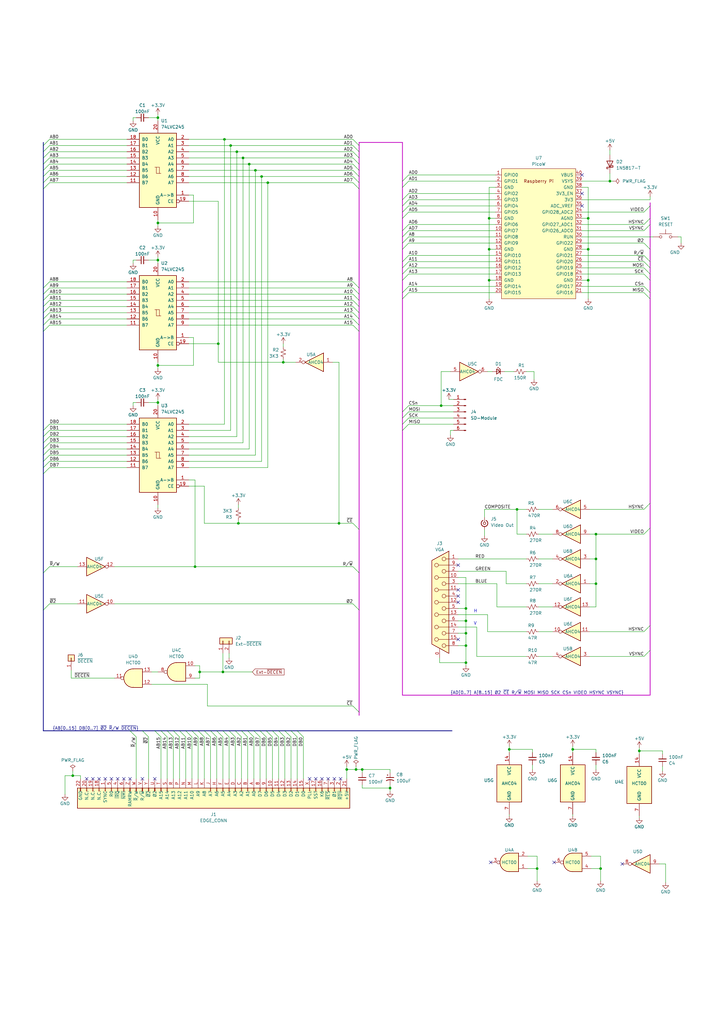
<source format=kicad_sch>
(kicad_sch (version 20230121) (generator eeschema)
  (paper "A3" portrait)
  (lib_symbols
    (symbol "74xx:74HCT00" (pin_names (offset 1.016))
      (property "Reference" "U" (at 0 1.27 0))
      (property "Value" "74HCT00" (at 0 -1.27 0))
      (symbol "74HCT00_1_1"
        (pin input line (at -7.62 2.54 0) (length 3.81) (name "~") (number "1"))
        (pin input line (at -7.62 -2.54 0) (length 3.81) (name "~") (number "2"))
        (pin output inverted (at 7.62 0 180) (length 3.81) (name "~") (number "3"))
      )
      (symbol "74HCT00_1_2"
        (pin input inverted (at -7.62 2.54 0) (length 4.318) (name "~") (number "1"))
        (pin input inverted (at -7.62 -2.54 0) (length 4.318) (name "~") (number "2"))
        (pin output line (at 7.62 0 180) (length 3.81) (name "~") (number "3"))
      )
      (symbol "74HCT00_2_1"
        (pin input line (at -7.62 2.54 0) (length 3.81) (name "~") (number "4"))
        (pin input line (at -7.62 -2.54 0) (length 3.81) (name "~") (number "5"))
        (pin output inverted (at 7.62 0 180) (length 3.81) (name "~") (number "6"))
      )
      (symbol "74HCT00_2_2"
        (pin input inverted (at -7.62 2.54 0) (length 4.318) (name "~") (number "4"))
        (pin input inverted (at -7.62 -2.54 0) (length 4.318) (name "~") (number "5"))
        (pin output line (at 7.62 0 180) (length 3.81) (name "~") (number "6"))
      )
      (symbol "74HCT00_3_1"
        (pin input line (at -7.62 -2.54 0) (length 3.81) (name "~") (number "10"))
        (pin output inverted (at 7.62 0 180) (length 3.81) (name "~") (number "8"))
        (pin input line (at -7.62 2.54 0) (length 3.81) (name "~") (number "9"))
      )
      (symbol "74HCT00_3_2"
        (pin input inverted (at -7.62 -2.54 0) (length 4.318) (name "~") (number "10"))
        (pin output line (at 7.62 0 180) (length 3.81) (name "~") (number "8"))
        (pin input inverted (at -7.62 2.54 0) (length 4.318) (name "~") (number "9"))
      )
      (symbol "74HCT00_4_1"
        (pin output inverted (at 7.62 0 180) (length 3.81) (name "~") (number "11"))
        (pin input line (at -7.62 2.54 0) (length 3.81) (name "~") (number "12"))
        (pin input line (at -7.62 -2.54 0) (length 3.81) (name "~") (number "13"))
      )
      (symbol "74HCT00_4_2"
        (pin output line (at 7.62 0 180) (length 3.81) (name "~") (number "11"))
        (pin input inverted (at -7.62 2.54 0) (length 4.318) (name "~") (number "12"))
        (pin input inverted (at -7.62 -2.54 0) (length 4.318) (name "~") (number "13"))
      )
      (symbol "74HCT00_5_0"
        (pin power_in line (at 0 12.7 270) (length 5.08) (name "VCC") (number "14"))
        (pin power_in line (at 0 -12.7 90) (length 5.08) (name "GND") (number "7"))
      )
    )
    (symbol "74xx:74HCT04"
      (property "Reference" "U" (at 0 1.27 0))
      (property "Value" "74HCT04" (at 0 -1.27 0))
      (symbol "74HCT04_1_0"
        (pin input line (at -7.62 0 0) (length 3.81) (name "~") (number "1"))
        (pin output inverted (at 7.62 0 180) (length 3.81) (name "~") (number "2"))
      )
      (symbol "74HCT04_2_0"
        (pin input line (at -7.62 0 0) (length 3.81) (name "~") (number "3"))
        (pin output inverted (at 7.62 0 180) (length 3.81) (name "~") (number "4"))
      )
      (symbol "74HCT04_3_0"
        (pin input line (at -7.62 0 0) (length 3.81) (name "~") (number "5"))
        (pin output inverted (at 7.62 0 180) (length 3.81) (name "~") (number "6"))
      )
      (symbol "74HCT04_4_0"
        (pin output inverted (at 7.62 0 180) (length 3.81) (name "~") (number "8"))
        (pin input line (at -7.62 0 0) (length 3.81) (name "~") (number "9"))
      )
      (symbol "74HCT04_5_0"
        (pin output inverted (at 7.62 0 180) (length 3.81) (name "~") (number "10"))
        (pin input line (at -7.62 0 0) (length 3.81) (name "~") (number "11"))
      )
      (symbol "74HCT04_6_0"
        (pin output inverted (at 7.62 0 180) (length 3.81) (name "~") (number "12"))
        (pin input line (at -7.62 0 0) (length 3.81) (name "~") (number "13"))
      )
      (symbol "74HCT04_7_0"
        (pin power_in line (at 0 12.7 270) (length 5.08) (name "VCC") (number "14"))
        (pin power_in line (at 0 -12.7 90) (length 5.08) (name "GND") (number "7"))
      )
    )
    (symbol "74xx:74LS245" (pin_names (offset 1.016))
      (property "Reference" "U" (at -7.62 16.51 0))
      (property "Value" "74LS245" (at -7.62 -16.51 0))
      (symbol "74LS245_1_0"
        (pin input line (at -12.7 -10.16 0) (length 5.08) (name "A->B") (number "1"))
        (pin power_in line (at 0 -20.32 90) (length 5.08) (name "GND") (number "10"))
        (pin tri_state line (at 12.7 -5.08 180) (length 5.08) (name "B7") (number "11"))
        (pin tri_state line (at 12.7 -2.54 180) (length 5.08) (name "B6") (number "12"))
        (pin tri_state line (at 12.7 0 180) (length 5.08) (name "B5") (number "13"))
        (pin tri_state line (at 12.7 2.54 180) (length 5.08) (name "B4") (number "14"))
        (pin tri_state line (at 12.7 5.08 180) (length 5.08) (name "B3") (number "15"))
        (pin tri_state line (at 12.7 7.62 180) (length 5.08) (name "B2") (number "16"))
        (pin tri_state line (at 12.7 10.16 180) (length 5.08) (name "B1") (number "17"))
        (pin tri_state line (at 12.7 12.7 180) (length 5.08) (name "B0") (number "18"))
        (pin input inverted (at -12.7 -12.7 0) (length 5.08) (name "CE") (number "19"))
        (pin tri_state line (at -12.7 12.7 0) (length 5.08) (name "A0") (number "2"))
        (pin power_in line (at 0 20.32 270) (length 5.08) (name "VCC") (number "20"))
        (pin tri_state line (at -12.7 10.16 0) (length 5.08) (name "A1") (number "3"))
        (pin tri_state line (at -12.7 7.62 0) (length 5.08) (name "A2") (number "4"))
        (pin tri_state line (at -12.7 5.08 0) (length 5.08) (name "A3") (number "5"))
        (pin tri_state line (at -12.7 2.54 0) (length 5.08) (name "A4") (number "6"))
        (pin tri_state line (at -12.7 0 0) (length 5.08) (name "A5") (number "7"))
        (pin tri_state line (at -12.7 -2.54 0) (length 5.08) (name "A6") (number "8"))
        (pin tri_state line (at -12.7 -5.08 0) (length 5.08) (name "A7") (number "9"))
      )
    )
    (symbol "Connector:Conn_01x06_Pin" (pin_names (offset 1.016) hide)
      (property "Reference" "J" (at 0 7.62 0))
      (property "Value" "Conn_01x06_Pin" (at 0 -10.16 0))
      (symbol "Conn_01x06_Pin_1_1"
        (pin passive line (at 5.08 5.08 180) (length 3.81) (name "Pin_1") (number "1"))
        (pin passive line (at 5.08 2.54 180) (length 3.81) (name "Pin_2") (number "2"))
        (pin passive line (at 5.08 0 180) (length 3.81) (name "Pin_3") (number "3"))
        (pin passive line (at 5.08 -2.54 180) (length 3.81) (name "Pin_4") (number "4"))
        (pin passive line (at 5.08 -5.08 180) (length 3.81) (name "Pin_5") (number "5"))
        (pin passive line (at 5.08 -7.62 180) (length 3.81) (name "Pin_6") (number "6"))
      )
    )
    (symbol "Connector:Conn_Coaxial_Small" (pin_numbers hide) (pin_names (offset 1.016) hide)
      (property "Reference" "J" (at 0.254 3.048 0))
      (property "Value" "Conn_Coaxial_Small" (at 0 -3.81 0))
      (symbol "Conn_Coaxial_Small_1_1"
        (pin passive line (at -2.54 0 0) (length 1.27) (name "In") (number "1"))
        (pin passive line (at 2.54 0 180) (length 1.27) (name "Ext") (number "2"))
      )
    )
    (symbol "Connector:DA15_Receptacle_MountingHoles" (pin_names (offset 1.016) hide)
      (property "Reference" "J" (at 0 24.13 0))
      (property "Value" "DA15_Receptacle_MountingHoles" (at 0 22.225 0))
      (symbol "DA15_Receptacle_MountingHoles_1_1"
        (pin passive line (at 0 -22.86 90) (length 3.81) (name "PAD") (number "0"))
        (pin passive line (at -7.62 17.78 0) (length 3.81) (name "1") (number "1"))
        (pin passive line (at -7.62 10.16 0) (length 3.81) (name "P10") (number "10"))
        (pin passive line (at -7.62 5.08 0) (length 3.81) (name "P111") (number "11"))
        (pin passive line (at -7.62 0 0) (length 3.81) (name "P12") (number "12"))
        (pin passive line (at -7.62 -5.08 0) (length 3.81) (name "P13") (number "13"))
        (pin passive line (at -7.62 -10.16 0) (length 3.81) (name "P14") (number "14"))
        (pin passive line (at -7.62 -15.24 0) (length 3.81) (name "P15") (number "15"))
        (pin passive line (at -7.62 12.7 0) (length 3.81) (name "2") (number "2"))
        (pin passive line (at -7.62 7.62 0) (length 3.81) (name "3") (number "3"))
        (pin passive line (at -7.62 2.54 0) (length 3.81) (name "4") (number "4"))
        (pin passive line (at -7.62 -2.54 0) (length 3.81) (name "5") (number "5"))
        (pin passive line (at -7.62 -7.62 0) (length 3.81) (name "6") (number "6"))
        (pin passive line (at -7.62 -12.7 0) (length 3.81) (name "7") (number "7"))
        (pin passive line (at -7.62 -17.78 0) (length 3.81) (name "8") (number "8"))
        (pin passive line (at -7.62 15.24 0) (length 3.81) (name "P9") (number "9"))
      )
    )
    (symbol "Connector_Generic:Conn_01x01" (pin_names (offset 1.016) hide)
      (property "Reference" "J" (at 0 2.54 0))
      (property "Value" "Conn_01x01" (at 0 -2.54 0))
      (symbol "Conn_01x01_1_1"
        (pin passive line (at -5.08 0 0) (length 3.81) (name "Pin_1") (number "1"))
      )
    )
    (symbol "Connector_Generic:Conn_01x02" (pin_names (offset 1.016) hide)
      (property "Reference" "J" (at 0 2.54 0))
      (property "Value" "Conn_01x02" (at 0 -5.08 0))
      (symbol "Conn_01x02_1_1"
        (pin passive line (at -5.08 0 0) (length 3.81) (name "Pin_1") (number "1"))
        (pin passive line (at -5.08 -2.54 0) (length 3.81) (name "Pin_2") (number "2"))
      )
    )
    (symbol "Device:C_Polarized_Small_US" (pin_numbers hide) (pin_names (offset 0.254) hide)
      (property "Reference" "C" (at 0.254 1.778 0))
      (property "Value" "C_Polarized_Small_US" (at 0.254 -2.032 0))
      (symbol "C_Polarized_Small_US_1_1"
        (pin passive line (at 0 2.54 270) (length 2.032) (name "~") (number "1"))
        (pin passive line (at 0 -2.54 90) (length 2.032) (name "~") (number "2"))
      )
    )
    (symbol "Device:C_Small" (pin_numbers hide) (pin_names (offset 0.254) hide)
      (property "Reference" "C" (at 0.254 1.778 0))
      (property "Value" "C_Small" (at 0.254 -2.032 0))
      (symbol "C_Small_1_1"
        (pin passive line (at 0 2.54 270) (length 2.032) (name "~") (number "1"))
        (pin passive line (at 0 -2.54 90) (length 2.032) (name "~") (number "2"))
      )
    )
    (symbol "Device:D_Schottky" (pin_numbers hide) (pin_names (offset 1.016) hide)
      (property "Reference" "D" (at 0 2.54 0))
      (property "Value" "D_Schottky" (at 0 -2.54 0))
      (symbol "D_Schottky_1_1"
        (pin passive line (at -3.81 0 0) (length 2.54) (name "K") (number "1"))
        (pin passive line (at 3.81 0 180) (length 2.54) (name "A") (number "2"))
      )
    )
    (symbol "Device:LED_Small" (pin_numbers hide) (pin_names (offset 0.254) hide)
      (property "Reference" "D" (at -1.27 3.175 0))
      (property "Value" "LED_Small" (at -4.445 -2.54 0))
      (symbol "LED_Small_1_1"
        (pin passive line (at -2.54 0 0) (length 1.778) (name "K") (number "1"))
        (pin passive line (at 2.54 0 180) (length 1.778) (name "A") (number "2"))
      )
    )
    (symbol "Device:R_Small_US" (pin_numbers hide) (pin_names (offset 0.254) hide)
      (property "Reference" "R" (at 0.762 0.508 0))
      (property "Value" "R_Small_US" (at 0.762 -1.016 0))
      (symbol "R_Small_US_1_1"
        (pin passive line (at 0 2.54 270) (length 1.016) (name "~") (number "1"))
        (pin passive line (at 0 -2.54 90) (length 1.016) (name "~") (number "2"))
      )
    )
    (symbol "PAL2:PAL2_EXP" (pin_names (offset 1.016))
      (property "Reference" "P1" (at -1.27 59.69 0))
      (property "Value" "KIM-1" (at -1.27 57.15 0))
      (symbol "PAL2_EXP_1_1"
        (pin passive line (at -5.08 -45.72 0) (length 3.81) (name "SYNC") (number "1"))
        (pin passive line (at -5.08 22.86 0) (length 3.81) (name "D5") (number "10"))
        (pin passive line (at -5.08 25.4 0) (length 3.81) (name "D4") (number "11"))
        (pin passive line (at -5.08 27.94 0) (length 3.81) (name "D3") (number "12"))
        (pin passive line (at -5.08 30.48 0) (length 3.81) (name "D2") (number "13"))
        (pin passive line (at -5.08 33.02 0) (length 3.81) (name "D1") (number "14"))
        (pin passive line (at -5.08 35.56 0) (length 3.81) (name "D0") (number "15"))
        (pin passive line (at -5.08 43.18 0) (length 3.81) (name "K6") (number "16"))
        (pin passive line (at -5.08 40.64 0) (length 3.81) (name "SST") (number "17"))
        (pin passive line (at -5.08 -48.26 0) (length 3.81) (name "N.C.") (number "18"))
        (pin passive line (at -5.08 -50.8 0) (length 3.81) (name "N.C.") (number "19"))
        (pin passive line (at -5.08 50.8 0) (length 3.81) (name "~{RDY}") (number "2"))
        (pin passive line (at -5.08 -53.34 0) (length 3.81) (name "N.C.") (number "20"))
        (pin passive line (at -5.08 53.34 0) (length 3.81) (name "+5V") (number "21"))
        (pin passive line (at -5.08 -55.88 0) (length 3.81) (name "GND") (number "22"))
        (pin passive line (at -5.08 48.26 0) (length 3.81) (name "Ø1") (number "3"))
        (pin passive line (at -5.08 -40.64 0) (length 3.81) (name "~{IRQ}") (number "4"))
        (pin passive line (at -5.08 -43.18 0) (length 3.81) (name "R0") (number "5"))
        (pin passive line (at -5.08 -38.1 0) (length 3.81) (name "~{NMI}") (number "6"))
        (pin passive line (at -5.08 45.72 0) (length 3.81) (name "~{RES}") (number "7"))
        (pin passive line (at -5.08 17.78 0) (length 3.81) (name "D7") (number "8"))
        (pin passive line (at -5.08 20.32 0) (length 3.81) (name "D6") (number "9"))
        (pin passive line (at -5.08 15.24 0) (length 3.81) (name "A0") (number "A"))
        (pin passive line (at -5.08 12.7 0) (length 3.81) (name "A1") (number "B"))
        (pin passive line (at -5.08 10.16 0) (length 3.81) (name "A2") (number "C"))
        (pin passive line (at -5.08 7.62 0) (length 3.81) (name "A3") (number "D"))
        (pin passive line (at -5.08 5.08 0) (length 3.81) (name "A4") (number "E"))
        (pin passive line (at -5.08 2.54 0) (length 3.81) (name "A5") (number "F"))
        (pin passive line (at -5.08 0 0) (length 3.81) (name "A6") (number "H"))
        (pin passive line (at -5.08 -2.54 0) (length 3.81) (name "A7") (number "J"))
        (pin passive line (at -5.08 -5.08 0) (length 3.81) (name "A8") (number "K"))
        (pin passive line (at -5.08 -7.62 0) (length 3.81) (name "A9") (number "L"))
        (pin passive line (at -5.08 -10.16 0) (length 3.81) (name "A10") (number "M"))
        (pin passive line (at -5.08 -12.7 0) (length 3.81) (name "A11") (number "N"))
        (pin passive line (at -5.08 -15.24 0) (length 3.81) (name "A12") (number "P"))
        (pin passive line (at -5.08 -17.78 0) (length 3.81) (name "A13") (number "R"))
        (pin passive line (at -5.08 -20.32 0) (length 3.81) (name "A14") (number "S"))
        (pin passive line (at -5.08 -22.86 0) (length 3.81) (name "A15") (number "T"))
        (pin passive line (at -5.08 -25.4 0) (length 3.81) (name "Ø2") (number "U"))
        (pin passive line (at -5.08 -30.48 0) (length 3.81) (name "R/~{W}") (number "V"))
        (pin passive line (at -5.08 -33.02 0) (length 3.81) (name "~{R}/W") (number "W"))
        (pin passive line (at -5.08 38.1 0) (length 3.81) (name "PLL") (number "X"))
        (pin passive line (at -5.08 -27.94 0) (length 3.81) (name "~{Ø2}") (number "Y"))
        (pin passive line (at -5.08 -35.56 0) (length 3.81) (name "RAMRW") (number "Z"))
      )
    )
    (symbol "PicoW:PicoW" (pin_names (offset 1.016))
      (property "Reference" "U" (at -13.97 27.94 0))
      (property "Value" "PicoW" (at 0 19.05 0))
      (symbol "PicoW_0_0"
        (text "Raspberry Pi" (at 0 21.59 0) (effects (font (size 1.27 1.27))))
      )
      (symbol "PicoW_1_1"
        (pin bidirectional line (at -17.78 24.13 0) (length 2.54) (name "GPIO0") (number "1"))
        (pin bidirectional line (at -17.78 1.27 0) (length 2.54) (name "GPIO7") (number "10"))
        (pin bidirectional line (at -17.78 -1.27 0) (length 2.54) (name "GPIO8") (number "11"))
        (pin bidirectional line (at -17.78 -3.81 0) (length 2.54) (name "GPIO9") (number "12"))
        (pin power_in line (at -17.78 -6.35 0) (length 2.54) (name "GND") (number "13"))
        (pin bidirectional line (at -17.78 -8.89 0) (length 2.54) (name "GPIO10") (number "14"))
        (pin bidirectional line (at -17.78 -11.43 0) (length 2.54) (name "GPIO11") (number "15"))
        (pin bidirectional line (at -17.78 -13.97 0) (length 2.54) (name "GPIO12") (number "16"))
        (pin bidirectional line (at -17.78 -16.51 0) (length 2.54) (name "GPIO13") (number "17"))
        (pin power_in line (at -17.78 -19.05 0) (length 2.54) (name "GND") (number "18"))
        (pin bidirectional line (at -17.78 -21.59 0) (length 2.54) (name "GPIO14") (number "19"))
        (pin bidirectional line (at -17.78 21.59 0) (length 2.54) (name "GPIO1") (number "2"))
        (pin bidirectional line (at -17.78 -24.13 0) (length 2.54) (name "GPIO15") (number "20"))
        (pin bidirectional line (at 17.78 -24.13 180) (length 2.54) (name "GPIO16") (number "21"))
        (pin bidirectional line (at 17.78 -21.59 180) (length 2.54) (name "GPIO17") (number "22"))
        (pin power_in line (at 17.78 -19.05 180) (length 2.54) (name "GND") (number "23"))
        (pin bidirectional line (at 17.78 -16.51 180) (length 2.54) (name "GPIO18") (number "24"))
        (pin bidirectional line (at 17.78 -13.97 180) (length 2.54) (name "GPIO19") (number "25"))
        (pin bidirectional line (at 17.78 -11.43 180) (length 2.54) (name "GPIO20") (number "26"))
        (pin bidirectional line (at 17.78 -8.89 180) (length 2.54) (name "GPIO21") (number "27"))
        (pin power_in line (at 17.78 -6.35 180) (length 2.54) (name "GND") (number "28"))
        (pin bidirectional line (at 17.78 -3.81 180) (length 2.54) (name "GPIO22") (number "29"))
        (pin power_in line (at -17.78 19.05 0) (length 2.54) (name "GND") (number "3"))
        (pin input line (at 17.78 -1.27 180) (length 2.54) (name "RUN") (number "30"))
        (pin bidirectional line (at 17.78 1.27 180) (length 2.54) (name "GPIO26_ADC0") (number "31"))
        (pin bidirectional line (at 17.78 3.81 180) (length 2.54) (name "GPIO27_ADC1") (number "32"))
        (pin power_in line (at 17.78 6.35 180) (length 2.54) (name "AGND") (number "33"))
        (pin bidirectional line (at 17.78 8.89 180) (length 2.54) (name "GPIO28_ADC2") (number "34"))
        (pin unspecified line (at 17.78 11.43 180) (length 2.54) (name "ADC_VREF") (number "35"))
        (pin power_out line (at 17.78 13.97 180) (length 2.54) (name "3V3") (number "36"))
        (pin input line (at 17.78 16.51 180) (length 2.54) (name "3V3_EN") (number "37"))
        (pin power_in line (at 17.78 19.05 180) (length 2.54) (name "GND") (number "38"))
        (pin power_in line (at 17.78 21.59 180) (length 2.54) (name "VSYS") (number "39"))
        (pin bidirectional line (at -17.78 16.51 0) (length 2.54) (name "GPIO2") (number "4"))
        (pin power_out line (at 17.78 24.13 180) (length 2.54) (name "VBUS") (number "40"))
        (pin bidirectional line (at -17.78 13.97 0) (length 2.54) (name "GPIO3") (number "5"))
        (pin bidirectional line (at -17.78 11.43 0) (length 2.54) (name "GPIO4") (number "6"))
        (pin bidirectional line (at -17.78 8.89 0) (length 2.54) (name "GPIO5") (number "7"))
        (pin power_in line (at -17.78 6.35 0) (length 2.54) (name "GND") (number "8"))
        (pin bidirectional line (at -17.78 3.81 0) (length 2.54) (name "GPIO6") (number "9"))
      )
    )
    (symbol "Switch:SW_Push" (pin_numbers hide) (pin_names (offset 1.016) hide)
      (property "Reference" "SW" (at 1.27 2.54 0))
      (property "Value" "SW_Push" (at 0 -1.524 0))
      (symbol "SW_Push_0_1"
        (pin passive line (at -5.08 0 0) (length 2.54) (name "1") (number "1"))
        (pin passive line (at 5.08 0 180) (length 2.54) (name "2") (number "2"))
      )
    )
    (symbol "power:+3.3V" (power) (pin_names (offset 0))
      (property "Value" "+3.3V" (at 0 3.556 0))
      (symbol "+3.3V_1_1"
        (pin power_in line (at 0 0 90) (length 0) hide (name "+3.3V") (number "1"))
      )
    )
    (symbol "power:+5V" (power) (pin_names (offset 0))
      (property "Value" "+5V" (at 0 3.556 0))
      (symbol "+5V_1_1"
        (pin power_in line (at 0 0 90) (length 0) hide (name "+5V") (number "1"))
      )
    )
    (symbol "power:GND" (power) (pin_names (offset 0))
      (property "Value" "GND" (at 0 -3.81 0))
      (symbol "GND_1_1"
        (pin power_in line (at 0 0 270) (length 0) hide (name "GND") (number "1"))
      )
    )
    (symbol "power:PWR_FLAG" (power) (pin_numbers hide) (pin_names (offset 0) hide)
      (property "Value" "PWR_FLAG" (at 0 3.81 0))
      (symbol "PWR_FLAG_0_0"
        (pin power_out line (at 0 0 90) (length 0) (name "pwr") (number "1"))
      )
    )
  )
  (junction (at 200.66 89.535))
  (junction (at 191.135 249.555))
  (junction (at 241.3 89.535))
  (junction (at 29.845 318.135))
  (junction (at 97.79 214.63))
  (junction (at 97.155 62.23))
  (junction (at 191.135 264.795))
  (junction (at 244.475 219.075))
  (junction (at 191.135 259.715))
  (junction (at 208.915 307.34))
  (junction (at 109.855 74.93))
  (junction (at 241.3 114.935))
  (junction (at 94.615 59.69))
  (junction (at 146.05 315.595))
  (junction (at 250.19 74.295))
  (junction (at 102.235 67.31))
  (junction (at 107.315 72.39))
  (junction (at 99.695 64.77))
  (junction (at 180.975 166.37))
  (junction (at 262.255 307.975))
  (junction (at 64.77 165.1))
  (junction (at 148.59 315.595))
  (junction (at 116.205 148.59))
  (junction (at 104.775 69.85))
  (junction (at 64.77 106.68))
  (junction (at 139.065 214.63))
  (junction (at 220.345 356.235))
  (junction (at 81.915 275.59))
  (junction (at 92.075 57.15))
  (junction (at 234.95 307.34))
  (junction (at 191.135 254.635))
  (junction (at 200.66 102.235))
  (junction (at 80.01 232.41))
  (junction (at 191.135 271.78))
  (junction (at 212.09 208.915))
  (junction (at 89.535 140.97))
  (junction (at 91.44 275.59))
  (junction (at 64.77 48.26))
  (junction (at 142.24 315.595))
  (junction (at 244.475 229.235))
  (junction (at 244.475 239.395))
  (junction (at 200.66 114.935))
  (junction (at 160.02 323.215))
  (junction (at 241.3 102.235))
  (junction (at 246.38 356.235))
  (junction (at 64.77 91.44))
  (junction (at 64.77 149.86))
  (no_connect (at 40.64 319.405))
  (no_connect (at 43.18 319.405))
  (no_connect (at 187.96 244.475))
  (no_connect (at 38.1 319.405))
  (no_connect (at 45.72 319.405))
  (no_connect (at 53.34 319.405))
  (no_connect (at 35.56 319.405))
  (no_connect (at 187.96 247.015))
  (no_connect (at 48.26 319.405))
  (no_connect (at 238.76 84.455))
  (no_connect (at 129.54 319.405))
  (no_connect (at 58.42 319.405))
  (no_connect (at 134.62 319.405))
  (no_connect (at 127 319.405))
  (no_connect (at 227.33 353.695))
  (no_connect (at 201.295 353.695))
  (no_connect (at 50.8 319.405))
  (no_connect (at 187.96 241.935))
  (no_connect (at 139.7 319.405))
  (no_connect (at 255.27 354.33))
  (no_connect (at 187.96 231.775))
  (no_connect (at 187.96 262.255))
  (no_connect (at 63.5 319.405))
  (no_connect (at 132.08 319.405))
  (no_connect (at 137.16 319.405))
  (no_connect (at 238.76 79.375))
  (no_connect (at 238.76 71.755))
  (bus_entry (at 88.9 299.72) (size 2.54 2.54))
  (bus_entry (at 167.64 79.375) (size -2.54 2.54))
  (bus_entry (at 78.74 299.72) (size 2.54 2.54))
  (bus_entry (at 53.34 299.72) (size 2.54 2.54))
  (bus_entry (at 20.32 74.93) (size -2.54 2.54))
  (bus_entry (at 71.12 299.72) (size 2.54 2.54))
  (bus_entry (at 20.32 173.99) (size -2.54 2.54))
  (bus_entry (at 20.32 125.73) (size -2.54 2.54))
  (bus_entry (at 20.32 120.65) (size -2.54 2.54))
  (bus_entry (at 114.3 299.72) (size 2.54 2.54))
  (bus_entry (at 167.64 107.315) (size -2.54 2.54))
  (bus_entry (at 20.32 186.69) (size -2.54 2.54))
  (bus_entry (at 167.64 120.015) (size -2.54 2.54))
  (bus_entry (at 20.32 176.53) (size -2.54 2.54))
  (bus_entry (at 144.78 289.56) (size 2.54 2.54))
  (bus_entry (at 167.64 86.995) (size -2.54 2.54))
  (bus_entry (at 144.78 232.41) (size 2.54 2.54))
  (bus_entry (at 83.82 299.72) (size 2.54 2.54))
  (bus_entry (at 20.32 118.11) (size -2.54 2.54))
  (bus_entry (at 144.78 115.57) (size 2.54 2.54))
  (bus_entry (at 144.78 123.19) (size 2.54 2.54))
  (bus_entry (at 93.98 299.72) (size 2.54 2.54))
  (bus_entry (at 20.32 62.23) (size -2.54 2.54))
  (bus_entry (at 167.64 117.475) (size -2.54 2.54))
  (bus_entry (at 144.78 133.35) (size 2.54 2.54))
  (bus_entry (at 20.32 232.41) (size -2.54 2.54))
  (bus_entry (at 264.16 219.075) (size 2.54 -2.54))
  (bus_entry (at 20.32 184.15) (size -2.54 2.54))
  (bus_entry (at 264.16 94.615) (size 2.54 -2.54))
  (bus_entry (at 167.64 94.615) (size -2.54 2.54))
  (bus_entry (at 101.6 299.72) (size 2.54 2.54))
  (bus_entry (at 264.16 259.08) (size 2.54 -2.54))
  (bus_entry (at 167.64 171.45) (size -2.54 2.54))
  (bus_entry (at 20.32 67.31) (size -2.54 2.54))
  (bus_entry (at 63.5 299.72) (size 2.54 2.54))
  (bus_entry (at 167.64 71.755) (size -2.54 2.54))
  (bus_entry (at 86.36 299.72) (size 2.54 2.54))
  (bus_entry (at 121.92 299.72) (size 2.54 2.54))
  (bus_entry (at 167.64 109.855) (size -2.54 2.54))
  (bus_entry (at 20.32 189.23) (size -2.54 2.54))
  (bus_entry (at 20.32 179.07) (size -2.54 2.54))
  (bus_entry (at 20.32 181.61) (size -2.54 2.54))
  (bus_entry (at 167.64 104.775) (size -2.54 2.54))
  (bus_entry (at 20.32 72.39) (size -2.54 2.54))
  (bus_entry (at 109.22 299.72) (size 2.54 2.54))
  (bus_entry (at 20.32 57.15) (size -2.54 2.54))
  (bus_entry (at 20.32 130.81) (size -2.54 2.54))
  (bus_entry (at 167.64 112.395) (size -2.54 2.54))
  (bus_entry (at 167.64 173.99) (size -2.54 2.54))
  (bus_entry (at 99.06 299.72) (size 2.54 2.54))
  (bus_entry (at 167.64 84.455) (size -2.54 2.54))
  (bus_entry (at 68.58 299.72) (size 2.54 2.54))
  (bus_entry (at 20.32 133.35) (size -2.54 2.54))
  (bus_entry (at 106.68 299.72) (size 2.54 2.54))
  (bus_entry (at 91.44 299.72) (size 2.54 2.54))
  (bus_entry (at 264.16 120.015) (size 2.54 2.54))
  (bus_entry (at 20.32 128.27) (size -2.54 2.54))
  (bus_entry (at 264.16 112.395) (size 2.54 2.54))
  (bus_entry (at 144.78 72.39) (size 2.54 2.54))
  (bus_entry (at 167.64 81.915) (size -2.54 2.54))
  (bus_entry (at 73.66 299.72) (size 2.54 2.54))
  (bus_entry (at 144.78 59.69) (size 2.54 2.54))
  (bus_entry (at 264.16 117.475) (size 2.54 2.54))
  (bus_entry (at 20.32 64.77) (size -2.54 2.54))
  (bus_entry (at 104.14 299.72) (size 2.54 2.54))
  (bus_entry (at 144.78 74.93) (size 2.54 2.54))
  (bus_entry (at 144.78 120.65) (size 2.54 2.54))
  (bus_entry (at 264.16 107.315) (size 2.54 2.54))
  (bus_entry (at 167.64 97.155) (size -2.54 2.54))
  (bus_entry (at 144.78 130.81) (size 2.54 2.54))
  (bus_entry (at 20.32 59.69) (size -2.54 2.54))
  (bus_entry (at 81.28 299.72) (size 2.54 2.54))
  (bus_entry (at 264.16 99.695) (size 2.54 2.54))
  (bus_entry (at 111.76 299.72) (size 2.54 2.54))
  (bus_entry (at 167.64 99.695) (size -2.54 2.54))
  (bus_entry (at 20.32 247.65) (size -2.54 2.54))
  (bus_entry (at 144.78 64.77) (size 2.54 2.54))
  (bus_entry (at 116.84 299.72) (size 2.54 2.54))
  (bus_entry (at 20.32 191.77) (size -2.54 2.54))
  (bus_entry (at 264.16 92.075) (size 2.54 -2.54))
  (bus_entry (at 144.78 128.27) (size 2.54 2.54))
  (bus_entry (at 144.78 62.23) (size 2.54 2.54))
  (bus_entry (at 20.32 69.85) (size -2.54 2.54))
  (bus_entry (at 144.78 67.31) (size 2.54 2.54))
  (bus_entry (at 264.16 86.995) (size 2.54 -2.54))
  (bus_entry (at 167.64 166.37) (size -2.54 2.54))
  (bus_entry (at 167.64 168.91) (size -2.54 2.54))
  (bus_entry (at 144.78 214.63) (size 2.54 2.54))
  (bus_entry (at 58.42 299.72) (size 2.54 2.54))
  (bus_entry (at 144.78 118.11) (size 2.54 2.54))
  (bus_entry (at 144.78 247.65) (size 2.54 2.54))
  (bus_entry (at 167.64 92.075) (size -2.54 2.54))
  (bus_entry (at 144.78 69.85) (size 2.54 2.54))
  (bus_entry (at 167.64 74.295) (size -2.54 2.54))
  (bus_entry (at 66.04 299.72) (size 2.54 2.54))
  (bus_entry (at 264.16 104.775) (size 2.54 2.54))
  (bus_entry (at 76.2 299.72) (size 2.54 2.54))
  (bus_entry (at 264.16 109.855) (size 2.54 2.54))
  (bus_entry (at 119.38 299.72) (size 2.54 2.54))
  (bus_entry (at 264.16 208.915) (size 2.54 -2.54))
  (bus_entry (at 144.78 57.15) (size 2.54 2.54))
  (bus_entry (at 264.16 269.24) (size 2.54 -2.54))
  (bus_entry (at 144.78 125.73) (size 2.54 2.54))
  (bus_entry (at 20.32 123.19) (size -2.54 2.54))
  (bus_entry (at 96.52 299.72) (size 2.54 2.54))
  (bus_entry (at 20.32 115.57) (size -2.54 2.54))
  (wire (pts (xy 116.205 140.97) (xy 116.205 142.24)))
  (wire (pts (xy 238.76 117.475) (xy 264.16 117.475)))
  (bus (pts (xy 17.78 135.89) (xy 17.78 176.53)))
  (wire (pts (xy 207.645 239.395) (xy 215.9 239.395)))
  (wire (pts (xy 119.38 302.26) (xy 119.38 319.405)))
  (bus (pts (xy 165.1 102.235) (xy 165.1 107.315)) (stroke (width 0) (color 194 0 194 1)))
  (wire (pts (xy 215.9 219.075) (xy 212.09 219.075)))
  (wire (pts (xy 54.61 165.1) (xy 55.88 165.1)))
  (wire (pts (xy 208.915 306.07) (xy 208.915 307.34)))
  (wire (pts (xy 77.47 189.23) (xy 107.315 189.23)))
  (bus (pts (xy 17.78 62.23) (xy 17.78 64.77)))
  (wire (pts (xy 238.76 104.775) (xy 264.16 104.775)))
  (bus (pts (xy 165.1 99.695) (xy 165.1 102.235)) (stroke (width 0) (color 194 0 194 1)))
  (wire (pts (xy 203.2 92.075) (xy 167.64 92.075)))
  (wire (pts (xy 64.77 105.41) (xy 64.77 106.68)))
  (wire (pts (xy 234.95 306.07) (xy 234.95 307.34)))
  (bus (pts (xy 17.78 67.31) (xy 17.78 69.85)))
  (bus (pts (xy 76.2 299.72) (xy 78.74 299.72)))
  (wire (pts (xy 91.44 267.97) (xy 91.44 275.59)))
  (wire (pts (xy 203.2 109.855) (xy 167.64 109.855)))
  (wire (pts (xy 97.79 214.63) (xy 139.065 214.63)))
  (wire (pts (xy 238.76 86.995) (xy 264.16 86.995)))
  (wire (pts (xy 250.19 74.295) (xy 251.46 74.295)))
  (bus (pts (xy 116.84 299.72) (xy 119.38 299.72)))
  (wire (pts (xy 238.76 89.535) (xy 241.3 89.535)))
  (wire (pts (xy 203.2 76.835) (xy 200.66 76.835)))
  (wire (pts (xy 200.025 259.08) (xy 215.9 259.08)))
  (wire (pts (xy 262.255 307.975) (xy 271.78 307.975)))
  (wire (pts (xy 97.155 62.23) (xy 144.78 62.23)))
  (bus (pts (xy 147.32 123.19) (xy 147.32 120.65)) (stroke (width 0) (color 194 0 194 1)))
  (wire (pts (xy 203.2 84.455) (xy 167.64 84.455)))
  (bus (pts (xy 165.1 76.835) (xy 165.1 81.915)) (stroke (width 0) (color 194 0 194 1)))
  (wire (pts (xy 167.64 166.37) (xy 180.975 166.37)))
  (wire (pts (xy 79.375 138.43) (xy 79.375 149.86)))
  (wire (pts (xy 52.07 181.61) (xy 20.32 181.61)))
  (bus (pts (xy 165.1 114.935) (xy 165.1 120.015)) (stroke (width 0) (color 194 0 194 1)))
  (wire (pts (xy 80.01 196.85) (xy 80.01 232.41)))
  (wire (pts (xy 142.24 315.595) (xy 146.05 315.595)))
  (wire (pts (xy 20.32 74.93) (xy 52.07 74.93)))
  (bus (pts (xy 165.1 97.155) (xy 165.1 99.695)) (stroke (width 0) (color 194 0 194 1)))
  (wire (pts (xy 99.695 64.77) (xy 144.78 64.77)))
  (wire (pts (xy 64.77 149.86) (xy 64.77 151.13)))
  (bus (pts (xy 266.7 266.7) (xy 266.7 285.115)) (stroke (width 0) (color 194 0 194 1)))
  (wire (pts (xy 207.645 239.395) (xy 207.645 234.315)))
  (bus (pts (xy 165.1 173.99) (xy 165.1 176.53)) (stroke (width 0) (color 194 0 194 1)))
  (wire (pts (xy 218.44 313.69) (xy 218.44 315.595)))
  (wire (pts (xy 203.2 112.395) (xy 167.64 112.395)))
  (wire (pts (xy 20.32 115.57) (xy 52.07 115.57)))
  (wire (pts (xy 46.99 247.65) (xy 144.78 247.65)))
  (bus (pts (xy 17.78 184.15) (xy 17.78 186.69)))
  (wire (pts (xy 200.025 252.095) (xy 200.025 259.08)))
  (bus (pts (xy 147.32 125.73) (xy 147.32 123.19)) (stroke (width 0) (color 194 0 194 1)))
  (wire (pts (xy 89.535 82.55) (xy 89.535 140.97)))
  (wire (pts (xy 195.58 269.24) (xy 215.9 269.24)))
  (bus (pts (xy 17.78 74.93) (xy 17.78 77.47)))
  (wire (pts (xy 262.255 309.245) (xy 262.255 307.975)))
  (wire (pts (xy 97.79 207.01) (xy 97.79 208.28)))
  (bus (pts (xy 147.32 133.35) (xy 147.32 130.81)) (stroke (width 0) (color 194 0 194 1)))
  (wire (pts (xy 109.855 74.93) (xy 144.78 74.93)))
  (wire (pts (xy 77.47 67.31) (xy 102.235 67.31)))
  (wire (pts (xy 220.98 259.08) (xy 226.695 259.08)))
  (wire (pts (xy 83.82 199.39) (xy 83.82 214.63)))
  (wire (pts (xy 238.76 114.935) (xy 241.3 114.935)))
  (bus (pts (xy 147.32 77.47) (xy 147.32 74.93)) (stroke (width 0) (color 194 0 194 1)))
  (bus (pts (xy 147.32 72.39) (xy 147.32 69.85)) (stroke (width 0) (color 194 0 194 1)))
  (wire (pts (xy 210.82 152.4) (xy 207.01 152.4)))
  (wire (pts (xy 104.14 302.26) (xy 104.14 319.405)))
  (wire (pts (xy 195.58 257.175) (xy 195.58 269.24)))
  (wire (pts (xy 203.835 248.92) (xy 215.9 248.92)))
  (wire (pts (xy 85.09 280.67) (xy 85.09 289.56)))
  (wire (pts (xy 238.76 76.835) (xy 241.3 76.835)))
  (wire (pts (xy 191.135 271.78) (xy 191.135 273.05)))
  (wire (pts (xy 77.47 179.07) (xy 97.155 179.07)))
  (wire (pts (xy 77.47 191.77) (xy 109.855 191.77)))
  (wire (pts (xy 92.075 57.15) (xy 144.78 57.15)))
  (bus (pts (xy 147.32 118.11) (xy 147.32 77.47)) (stroke (width 0) (color 194 0 194 1)))
  (bus (pts (xy 147.32 217.17) (xy 147.32 234.95)) (stroke (width 0) (color 194 0 194 1)))
  (wire (pts (xy 107.315 72.39) (xy 107.315 189.23)))
  (bus (pts (xy 58.42 299.72) (xy 63.5 299.72)))
  (wire (pts (xy 200.66 89.535) (xy 200.66 102.235)))
  (wire (pts (xy 81.915 273.05) (xy 80.01 273.05)))
  (wire (pts (xy 64.77 163.83) (xy 64.77 165.1)))
  (wire (pts (xy 102.235 67.31) (xy 144.78 67.31)))
  (wire (pts (xy 208.915 307.34) (xy 218.44 307.34)))
  (wire (pts (xy 234.95 334.645) (xy 234.95 334.01)))
  (wire (pts (xy 89.535 140.97) (xy 89.535 148.59)))
  (wire (pts (xy 238.76 102.235) (xy 241.3 102.235)))
  (bus (pts (xy 266.7 83.185) (xy 266.7 84.455)) (stroke (width 0) (color 194 0 194 1)))
  (bus (pts (xy 17.78 64.77) (xy 17.78 67.31)))
  (wire (pts (xy 238.76 120.015) (xy 264.16 120.015)))
  (wire (pts (xy 20.32 69.85) (xy 52.07 69.85)))
  (wire (pts (xy 52.07 189.23) (xy 20.32 189.23)))
  (wire (pts (xy 203.2 107.315) (xy 167.64 107.315)))
  (wire (pts (xy 89.535 148.59) (xy 116.205 148.59)))
  (wire (pts (xy 26.67 318.135) (xy 26.67 325.755)))
  (wire (pts (xy 142.24 315.595) (xy 142.24 319.405)))
  (wire (pts (xy 180.34 269.875) (xy 180.34 271.78)))
  (bus (pts (xy 266.7 109.855) (xy 266.7 112.395)) (stroke (width 0) (color 194 0 194 1)))
  (wire (pts (xy 203.2 104.775) (xy 167.64 104.775)))
  (bus (pts (xy 266.7 84.455) (xy 266.7 89.535)) (stroke (width 0) (color 194 0 194 1)))
  (wire (pts (xy 102.235 67.31) (xy 102.235 184.15)))
  (wire (pts (xy 54.61 166.37) (xy 54.61 165.1)))
  (wire (pts (xy 220.98 208.915) (xy 226.695 208.915)))
  (wire (pts (xy 238.76 107.315) (xy 264.16 107.315)))
  (bus (pts (xy 165.1 86.995) (xy 165.1 89.535)) (stroke (width 0) (color 194 0 194 1)))
  (wire (pts (xy 93.98 302.26) (xy 93.98 319.405)))
  (wire (pts (xy 219.075 155.575) (xy 219.075 152.4)))
  (wire (pts (xy 241.935 239.395) (xy 244.475 239.395)))
  (bus (pts (xy 147.32 69.85) (xy 147.32 67.31)) (stroke (width 0) (color 194 0 194 1)))
  (bus (pts (xy 266.7 256.54) (xy 266.7 266.7)) (stroke (width 0) (color 194 0 194 1)))
  (wire (pts (xy 77.47 74.93) (xy 109.855 74.93)))
  (wire (pts (xy 187.96 257.175) (xy 195.58 257.175)))
  (wire (pts (xy 187.96 239.395) (xy 203.835 239.395)))
  (wire (pts (xy 52.07 179.07) (xy 20.32 179.07)))
  (bus (pts (xy 266.7 216.535) (xy 266.7 256.54)) (stroke (width 0) (color 194 0 194 1)))
  (wire (pts (xy 79.375 149.86) (xy 64.77 149.86)))
  (wire (pts (xy 136.525 148.59) (xy 139.065 148.59)))
  (bus (pts (xy 266.7 107.315) (xy 266.7 109.855)) (stroke (width 0) (color 194 0 194 1)))
  (wire (pts (xy 64.77 207.01) (xy 64.77 208.28)))
  (wire (pts (xy 60.96 302.26) (xy 60.96 319.405)))
  (wire (pts (xy 244.475 219.075) (xy 244.475 229.235)))
  (wire (pts (xy 203.2 79.375) (xy 167.64 79.375)))
  (bus (pts (xy 266.7 89.535) (xy 266.7 92.075)) (stroke (width 0) (color 194 0 194 1)))
  (wire (pts (xy 244.475 248.92) (xy 241.935 248.92)))
  (wire (pts (xy 77.47 57.15) (xy 92.075 57.15)))
  (wire (pts (xy 64.77 48.26) (xy 64.77 49.53)))
  (wire (pts (xy 71.12 302.26) (xy 71.12 319.405)))
  (bus (pts (xy 17.78 189.23) (xy 17.78 191.77)))
  (bus (pts (xy 165.1 74.295) (xy 165.1 76.835)) (stroke (width 0) (color 194 0 194 1)))
  (wire (pts (xy 64.77 165.1) (xy 64.77 166.37)))
  (wire (pts (xy 62.23 275.59) (xy 64.77 275.59)))
  (wire (pts (xy 54.61 49.53) (xy 54.61 48.26)))
  (wire (pts (xy 97.79 213.36) (xy 97.79 214.63)))
  (bus (pts (xy 165.1 120.015) (xy 165.1 122.555)) (stroke (width 0) (color 194 0 194 1)))
  (bus (pts (xy 17.78 133.35) (xy 17.78 135.89)))
  (bus (pts (xy 121.92 299.72) (xy 185.42 299.72)))
  (bus (pts (xy 147.32 250.19) (xy 147.32 292.1)) (stroke (width 0) (color 194 0 194 1)))
  (wire (pts (xy 208.915 334.645) (xy 208.915 334.01)))
  (wire (pts (xy 198.755 208.915) (xy 198.755 212.09)))
  (wire (pts (xy 244.475 219.075) (xy 264.16 219.075)))
  (wire (pts (xy 167.64 171.45) (xy 186.055 171.45)))
  (wire (pts (xy 180.975 152.4) (xy 180.975 166.37)))
  (wire (pts (xy 77.47 125.73) (xy 144.78 125.73)))
  (wire (pts (xy 191.135 249.555) (xy 191.135 254.635)))
  (wire (pts (xy 94.615 59.69) (xy 144.78 59.69)))
  (wire (pts (xy 20.32 128.27) (xy 52.07 128.27)))
  (wire (pts (xy 271.78 314.325) (xy 271.78 316.23)))
  (bus (pts (xy 165.1 171.45) (xy 165.1 173.99)) (stroke (width 0) (color 194 0 194 1)))
  (bus (pts (xy 147.32 74.93) (xy 147.32 72.39)) (stroke (width 0) (color 194 0 194 1)))
  (bus (pts (xy 266.7 122.555) (xy 266.7 206.375)) (stroke (width 0) (color 194 0 194 1)))
  (bus (pts (xy 147.32 128.27) (xy 147.32 125.73)) (stroke (width 0) (color 194 0 194 1)))
  (wire (pts (xy 64.77 90.17) (xy 64.77 91.44)))
  (wire (pts (xy 52.07 176.53) (xy 20.32 176.53)))
  (wire (pts (xy 266.7 80.645) (xy 266.7 81.915)))
  (wire (pts (xy 20.32 67.31) (xy 52.07 67.31)))
  (wire (pts (xy 200.66 114.935) (xy 200.66 122.555)))
  (wire (pts (xy 77.47 115.57) (xy 144.78 115.57)))
  (bus (pts (xy 147.32 62.23) (xy 147.32 59.69)) (stroke (width 0) (color 194 0 194 1)))
  (wire (pts (xy 212.09 208.915) (xy 198.755 208.915)))
  (bus (pts (xy 114.3 299.72) (xy 116.84 299.72)))
  (bus (pts (xy 266.7 114.935) (xy 266.7 120.015)) (stroke (width 0) (color 194 0 194 1)))
  (wire (pts (xy 167.64 173.99) (xy 186.055 173.99)))
  (wire (pts (xy 85.09 289.56) (xy 144.78 289.56)))
  (bus (pts (xy 266.7 102.235) (xy 266.7 107.315)) (stroke (width 0) (color 194 0 194 1)))
  (bus (pts (xy 109.22 299.72) (xy 111.76 299.72)))
  (wire (pts (xy 242.57 351.155) (xy 246.38 351.155)))
  (wire (pts (xy 148.59 323.215) (xy 160.02 323.215)))
  (wire (pts (xy 77.47 120.65) (xy 144.78 120.65)))
  (bus (pts (xy 83.82 299.72) (xy 86.36 299.72)))
  (wire (pts (xy 219.075 152.4) (xy 215.9 152.4)))
  (wire (pts (xy 246.38 356.235) (xy 246.38 361.315)))
  (bus (pts (xy 96.52 299.72) (xy 99.06 299.72)))
  (wire (pts (xy 184.785 152.4) (xy 180.975 152.4)))
  (wire (pts (xy 200.66 89.535) (xy 203.2 89.535)))
  (bus (pts (xy 68.58 299.72) (xy 71.12 299.72)))
  (wire (pts (xy 83.82 214.63) (xy 97.79 214.63)))
  (bus (pts (xy 165.1 112.395) (xy 165.1 114.935)) (stroke (width 0) (color 194 0 194 1)))
  (bus (pts (xy 91.44 299.72) (xy 93.98 299.72)))
  (wire (pts (xy 20.32 57.15) (xy 52.07 57.15)))
  (wire (pts (xy 234.95 307.34) (xy 244.475 307.34)))
  (wire (pts (xy 92.075 57.15) (xy 92.075 173.99)))
  (wire (pts (xy 60.96 106.68) (xy 64.77 106.68)))
  (wire (pts (xy 203.2 71.755) (xy 167.64 71.755)))
  (bus (pts (xy 147.32 234.95) (xy 147.32 250.19)) (stroke (width 0) (color 194 0 194 1)))
  (bus (pts (xy 147.32 293.37) (xy 147.32 292.1)) (stroke (width 0) (color 194 0 194 1)))
  (wire (pts (xy 20.32 120.65) (xy 52.07 120.65)))
  (wire (pts (xy 77.47 59.69) (xy 94.615 59.69)))
  (wire (pts (xy 180.34 271.78) (xy 191.135 271.78)))
  (wire (pts (xy 116.205 148.59) (xy 121.285 148.59)))
  (wire (pts (xy 106.68 302.26) (xy 106.68 319.405)))
  (wire (pts (xy 77.47 138.43) (xy 79.375 138.43)))
  (bus (pts (xy 165.1 84.455) (xy 165.1 86.995)) (stroke (width 0) (color 194 0 194 1)))
  (wire (pts (xy 77.47 72.39) (xy 107.315 72.39)))
  (wire (pts (xy 187.96 229.235) (xy 215.9 229.235)))
  (bus (pts (xy 147.32 67.31) (xy 147.32 64.77)) (stroke (width 0) (color 194 0 194 1)))
  (wire (pts (xy 77.47 173.99) (xy 92.075 173.99)))
  (wire (pts (xy 208.915 308.61) (xy 208.915 307.34)))
  (bus (pts (xy 88.9 299.72) (xy 91.44 299.72)))
  (wire (pts (xy 278.13 97.155) (xy 279.4 97.155)))
  (bus (pts (xy 17.78 59.69) (xy 17.78 62.23)))
  (wire (pts (xy 88.9 302.26) (xy 88.9 319.405)))
  (bus (pts (xy 165.1 81.915) (xy 165.1 84.455)) (stroke (width 0) (color 194 0 194 1)))
  (wire (pts (xy 187.96 254.635) (xy 191.135 254.635)))
  (wire (pts (xy 212.09 219.075) (xy 212.09 208.915)))
  (wire (pts (xy 238.76 112.395) (xy 264.16 112.395)))
  (wire (pts (xy 64.77 106.68) (xy 64.77 107.95)))
  (wire (pts (xy 77.47 199.39) (xy 83.82 199.39)))
  (wire (pts (xy 116.205 147.32) (xy 116.205 148.59)))
  (wire (pts (xy 31.75 247.65) (xy 20.32 247.65)))
  (bus (pts (xy 99.06 299.72) (xy 101.6 299.72)))
  (wire (pts (xy 273.05 354.33) (xy 273.05 361.95)))
  (wire (pts (xy 109.22 302.26) (xy 109.22 319.405)))
  (wire (pts (xy 238.76 92.075) (xy 264.16 92.075)))
  (wire (pts (xy 220.98 219.075) (xy 226.695 219.075)))
  (wire (pts (xy 270.51 354.33) (xy 273.05 354.33)))
  (wire (pts (xy 148.59 315.595) (xy 160.02 315.595)))
  (wire (pts (xy 241.935 229.235) (xy 244.475 229.235)))
  (wire (pts (xy 203.2 99.695) (xy 167.64 99.695)))
  (wire (pts (xy 241.935 269.24) (xy 264.16 269.24)))
  (wire (pts (xy 94.615 59.69) (xy 94.615 176.53)))
  (bus (pts (xy 165.1 89.535) (xy 165.1 94.615)) (stroke (width 0) (color 194 0 194 1)))
  (wire (pts (xy 198.755 217.17) (xy 198.755 219.71)))
  (wire (pts (xy 20.32 125.73) (xy 52.07 125.73)))
  (bus (pts (xy 73.66 299.72) (xy 76.2 299.72)))
  (wire (pts (xy 220.98 269.24) (xy 226.695 269.24)))
  (bus (pts (xy 93.98 299.72) (xy 96.52 299.72)))
  (wire (pts (xy 116.84 302.26) (xy 116.84 319.405)))
  (bus (pts (xy 119.38 299.72) (xy 121.92 299.72)))
  (bus (pts (xy 165.1 94.615) (xy 165.1 97.155)) (stroke (width 0) (color 194 0 194 1)))
  (wire (pts (xy 241.3 114.935) (xy 241.3 122.555)))
  (bus (pts (xy 104.14 299.72) (xy 106.68 299.72)))
  (wire (pts (xy 203.2 120.015) (xy 167.64 120.015)))
  (bus (pts (xy 147.32 58.42) (xy 165.1 58.42)) (stroke (width 0) (color 194 0 194 1)))
  (wire (pts (xy 20.32 123.19) (xy 52.07 123.19)))
  (wire (pts (xy 146.05 314.325) (xy 146.05 315.595)))
  (wire (pts (xy 241.3 76.835) (xy 241.3 89.535)))
  (wire (pts (xy 20.32 133.35) (xy 52.07 133.35)))
  (bus (pts (xy 147.32 135.89) (xy 147.32 133.35)) (stroke (width 0) (color 194 0 194 1)))
  (bus (pts (xy 147.32 59.69) (xy 147.32 58.42)) (stroke (width 0) (color 194 0 194 1)))
  (wire (pts (xy 20.32 62.23) (xy 52.07 62.23)))
  (bus (pts (xy 66.04 299.72) (xy 68.58 299.72)))
  (wire (pts (xy 238.76 94.615) (xy 264.16 94.615)))
  (wire (pts (xy 91.44 275.59) (xy 81.915 275.59)))
  (wire (pts (xy 203.2 74.295) (xy 167.64 74.295)))
  (wire (pts (xy 29.845 316.23) (xy 29.845 318.135)))
  (wire (pts (xy 33.02 318.135) (xy 29.845 318.135)))
  (wire (pts (xy 187.96 234.315) (xy 207.645 234.315)))
  (wire (pts (xy 279.4 97.155) (xy 279.4 99.695)))
  (wire (pts (xy 64.77 46.99) (xy 64.77 48.26)))
  (wire (pts (xy 73.66 302.26) (xy 73.66 319.405)))
  (bus (pts (xy 147.32 135.89) (xy 147.32 217.17)) (stroke (width 0) (color 194 0 194 1)))
  (bus (pts (xy 17.78 176.53) (xy 17.78 179.07)))
  (wire (pts (xy 77.47 184.15) (xy 102.235 184.15)))
  (bus (pts (xy 266.7 112.395) (xy 266.7 114.935)) (stroke (width 0) (color 194 0 194 1)))
  (bus (pts (xy 71.12 299.72) (xy 73.66 299.72)))
  (wire (pts (xy 244.475 307.34) (xy 244.475 308.61)))
  (bus (pts (xy 266.7 206.375) (xy 266.7 216.535)) (stroke (width 0) (color 194 0 194 1)))
  (wire (pts (xy 81.915 275.59) (xy 81.915 278.13)))
  (bus (pts (xy 165.1 176.53) (xy 165.1 285.115)) (stroke (width 0) (color 194 0 194 1)))
  (wire (pts (xy 191.135 259.715) (xy 191.135 264.795)))
  (wire (pts (xy 66.04 302.26) (xy 66.04 319.405)))
  (wire (pts (xy 52.07 191.77) (xy 20.32 191.77)))
  (bus (pts (xy 17.78 123.19) (xy 17.78 125.73)))
  (wire (pts (xy 241.935 208.915) (xy 264.16 208.915)))
  (wire (pts (xy 80.01 232.41) (xy 144.78 232.41)))
  (wire (pts (xy 241.3 89.535) (xy 241.3 102.235)))
  (wire (pts (xy 104.775 69.85) (xy 104.775 186.69)))
  (bus (pts (xy 17.78 299.72) (xy 53.34 299.72)))
  (wire (pts (xy 246.38 351.155) (xy 246.38 356.235)))
  (wire (pts (xy 187.96 259.715) (xy 191.135 259.715)))
  (wire (pts (xy 139.065 214.63) (xy 144.78 214.63)))
  (wire (pts (xy 218.44 307.34) (xy 218.44 308.61)))
  (bus (pts (xy 17.78 72.39) (xy 17.78 74.93)))
  (wire (pts (xy 244.475 219.075) (xy 241.935 219.075)))
  (wire (pts (xy 54.61 106.68) (xy 55.88 106.68)))
  (wire (pts (xy 238.76 81.915) (xy 266.7 81.915)))
  (wire (pts (xy 160.02 321.945) (xy 160.02 323.215)))
  (wire (pts (xy 220.98 248.92) (xy 226.695 248.92)))
  (wire (pts (xy 244.475 229.235) (xy 244.475 239.395)))
  (bus (pts (xy 78.74 299.72) (xy 81.28 299.72)))
  (wire (pts (xy 184.785 176.53) (xy 184.785 178.435)))
  (wire (pts (xy 203.2 117.475) (xy 167.64 117.475)))
  (wire (pts (xy 77.47 69.85) (xy 104.775 69.85)))
  (wire (pts (xy 184.15 163.83) (xy 186.055 163.83)))
  (wire (pts (xy 54.61 48.26) (xy 55.88 48.26)))
  (bus (pts (xy 165.1 58.42) (xy 165.1 74.295)) (stroke (width 0) (color 194 0 194 1)))
  (wire (pts (xy 79.375 91.44) (xy 64.77 91.44)))
  (wire (pts (xy 29.21 274.955) (xy 29.21 278.13)))
  (wire (pts (xy 250.19 61.595) (xy 250.19 63.5)))
  (wire (pts (xy 187.96 249.555) (xy 191.135 249.555)))
  (wire (pts (xy 167.64 168.91) (xy 186.055 168.91)))
  (wire (pts (xy 180.975 166.37) (xy 186.055 166.37)))
  (wire (pts (xy 93.98 267.97) (xy 93.98 269.875)))
  (wire (pts (xy 77.47 62.23) (xy 97.155 62.23)))
  (wire (pts (xy 101.6 302.26) (xy 101.6 319.405)))
  (wire (pts (xy 54.61 107.95) (xy 54.61 106.68)))
  (wire (pts (xy 77.47 123.19) (xy 144.78 123.19)))
  (wire (pts (xy 220.345 351.155) (xy 220.345 356.235)))
  (wire (pts (xy 200.66 102.235) (xy 203.2 102.235)))
  (bus (pts (xy 17.78 194.31) (xy 17.78 234.95)))
  (wire (pts (xy 52.07 173.99) (xy 20.32 173.99)))
  (wire (pts (xy 216.535 356.235) (xy 220.345 356.235)))
  (bus (pts (xy 17.78 191.77) (xy 17.78 194.31)))
  (wire (pts (xy 60.96 165.1) (xy 64.77 165.1)))
  (wire (pts (xy 203.2 94.615) (xy 167.64 94.615)))
  (bus (pts (xy 17.78 181.61) (xy 17.78 184.15)))
  (wire (pts (xy 77.47 186.69) (xy 104.775 186.69)))
  (wire (pts (xy 77.47 196.85) (xy 80.01 196.85)))
  (bus (pts (xy 165.1 285.115) (xy 266.7 285.115)) (stroke (width 0) (color 194 0 194 1)))
  (wire (pts (xy 77.47 181.61) (xy 99.695 181.61)))
  (wire (pts (xy 20.32 118.11) (xy 52.07 118.11)))
  (wire (pts (xy 81.915 273.05) (xy 81.915 275.59)))
  (wire (pts (xy 203.2 86.995) (xy 167.64 86.995)))
  (wire (pts (xy 160.02 315.595) (xy 160.02 316.865)))
  (bus (pts (xy 53.34 299.72) (xy 58.42 299.72)))
  (wire (pts (xy 20.32 130.81) (xy 52.07 130.81)))
  (wire (pts (xy 96.52 302.26) (xy 96.52 319.405)))
  (bus (pts (xy 165.1 109.855) (xy 165.1 112.395)) (stroke (width 0) (color 194 0 194 1)))
  (wire (pts (xy 146.05 315.595) (xy 148.59 315.595)))
  (wire (pts (xy 203.2 97.155) (xy 167.64 97.155)))
  (wire (pts (xy 111.76 302.26) (xy 111.76 319.405)))
  (wire (pts (xy 262.255 335.28) (xy 262.255 334.645)))
  (wire (pts (xy 55.88 302.26) (xy 55.88 319.405)))
  (wire (pts (xy 99.06 302.26) (xy 99.06 319.405)))
  (wire (pts (xy 242.57 356.235) (xy 246.38 356.235)))
  (wire (pts (xy 68.58 302.26) (xy 68.58 319.405)))
  (wire (pts (xy 33.02 319.405) (xy 33.02 318.135)))
  (bus (pts (xy 81.28 299.72) (xy 83.82 299.72)))
  (bus (pts (xy 165.1 107.315) (xy 165.1 109.855)) (stroke (width 0) (color 194 0 194 1)))
  (bus (pts (xy 165.1 168.91) (xy 165.1 171.45)) (stroke (width 0) (color 194 0 194 1)))
  (wire (pts (xy 80.01 278.13) (xy 81.915 278.13)))
  (bus (pts (xy 106.68 299.72) (xy 109.22 299.72)))
  (wire (pts (xy 271.78 307.975) (xy 271.78 309.245)))
  (wire (pts (xy 191.135 254.635) (xy 191.135 259.715)))
  (wire (pts (xy 114.3 302.26) (xy 114.3 319.405)))
  (wire (pts (xy 77.47 82.55) (xy 89.535 82.55)))
  (wire (pts (xy 200.66 76.835) (xy 200.66 89.535)))
  (wire (pts (xy 139.065 148.59) (xy 139.065 214.63)))
  (wire (pts (xy 238.76 97.155) (xy 267.97 97.155)))
  (wire (pts (xy 77.47 118.11) (xy 144.78 118.11)))
  (wire (pts (xy 79.375 80.01) (xy 79.375 91.44)))
  (bus (pts (xy 17.78 234.95) (xy 17.78 250.19)))
  (wire (pts (xy 52.07 184.15) (xy 20.32 184.15)))
  (wire (pts (xy 191.135 264.795) (xy 191.135 271.78)))
  (wire (pts (xy 91.44 302.26) (xy 91.44 319.405)))
  (wire (pts (xy 77.47 128.27) (xy 144.78 128.27)))
  (bus (pts (xy 17.78 77.47) (xy 17.78 118.11)))
  (bus (pts (xy 17.78 128.27) (xy 17.78 130.81)))
  (wire (pts (xy 107.315 72.39) (xy 144.78 72.39)))
  (wire (pts (xy 97.155 62.23) (xy 97.155 179.07)))
  (wire (pts (xy 262.255 306.705) (xy 262.255 307.975)))
  (wire (pts (xy 241.935 259.08) (xy 264.16 259.08)))
  (wire (pts (xy 109.855 74.93) (xy 109.855 191.77)))
  (wire (pts (xy 124.46 302.26) (xy 124.46 319.405)))
  (bus (pts (xy 266.7 120.015) (xy 266.7 122.555)) (stroke (width 0) (color 194 0 194 1)))
  (wire (pts (xy 148.59 315.595) (xy 148.59 316.865)))
  (wire (pts (xy 64.77 148.59) (xy 64.77 149.86)))
  (wire (pts (xy 187.96 264.795) (xy 191.135 264.795)))
  (wire (pts (xy 81.28 302.26) (xy 81.28 319.405)))
  (wire (pts (xy 203.835 239.395) (xy 203.835 248.92)))
  (wire (pts (xy 76.2 302.26) (xy 76.2 319.405)))
  (wire (pts (xy 187.96 252.095) (xy 200.025 252.095)))
  (wire (pts (xy 216.535 351.155) (xy 220.345 351.155)))
  (wire (pts (xy 186.055 176.53) (xy 184.785 176.53)))
  (wire (pts (xy 203.2 81.915) (xy 167.64 81.915)))
  (wire (pts (xy 60.96 48.26) (xy 64.77 48.26)))
  (wire (pts (xy 83.82 302.26) (xy 83.82 319.405)))
  (wire (pts (xy 215.9 208.915) (xy 212.09 208.915)))
  (wire (pts (xy 187.96 236.855) (xy 191.135 236.855)))
  (wire (pts (xy 142.24 314.325) (xy 142.24 315.595)))
  (wire (pts (xy 191.135 236.855) (xy 191.135 249.555)))
  (bus (pts (xy 17.78 179.07) (xy 17.78 181.61)))
  (wire (pts (xy 46.99 232.41) (xy 80.01 232.41)))
  (wire (pts (xy 52.07 186.69) (xy 20.32 186.69)))
  (wire (pts (xy 250.19 71.12) (xy 250.19 74.295)))
  (wire (pts (xy 238.76 74.295) (xy 250.19 74.295)))
  (wire (pts (xy 244.475 239.395) (xy 244.475 248.92)))
  (wire (pts (xy 64.77 91.44) (xy 64.77 92.71)))
  (wire (pts (xy 238.76 99.695) (xy 264.16 99.695)))
  (wire (pts (xy 238.76 109.855) (xy 264.16 109.855)))
  (bus (pts (xy 101.6 299.72) (xy 104.14 299.72)))
  (bus (pts (xy 111.76 299.72) (xy 114.3 299.72)))
  (wire (pts (xy 91.44 275.59) (xy 103.505 275.59)))
  (wire (pts (xy 20.32 64.77) (xy 52.07 64.77)))
  (bus (pts (xy 165.1 122.555) (xy 165.1 168.91)) (stroke (width 0) (color 194 0 194 1)))
  (bus (pts (xy 86.36 299.72) (xy 88.9 299.72)))
  (wire (pts (xy 77.47 80.01) (xy 79.375 80.01)))
  (bus (pts (xy 147.32 64.77) (xy 147.32 62.23)) (stroke (width 0) (color 194 0 194 1)))
  (wire (pts (xy 77.47 133.35) (xy 144.78 133.35)))
  (wire (pts (xy 78.74 302.26) (xy 78.74 319.405)))
  (wire (pts (xy 121.92 302.26) (xy 121.92 319.405)))
  (bus (pts (xy 17.78 120.65) (xy 17.78 123.19)))
  (wire (pts (xy 200.66 102.235) (xy 200.66 114.935)))
  (wire (pts (xy 220.345 356.235) (xy 220.345 361.315)))
  (bus (pts (xy 17.78 250.19) (xy 17.78 299.72)))
  (wire (pts (xy 241.3 102.235) (xy 241.3 114.935)))
  (wire (pts (xy 244.475 313.69) (xy 244.475 315.595)))
  (bus (pts (xy 17.78 186.69) (xy 17.78 189.23)))
  (wire (pts (xy 29.21 278.13) (xy 46.99 278.13)))
  (wire (pts (xy 77.47 140.97) (xy 89.535 140.97)))
  (wire (pts (xy 201.93 152.4) (xy 200.025 152.4)))
  (wire (pts (xy 148.59 323.215) (xy 148.59 321.945)))
  (wire (pts (xy 62.23 280.67) (xy 85.09 280.67)))
  (bus (pts (xy 147.32 120.65) (xy 147.32 118.11)) (stroke (width 0) (color 194 0 194 1)))
  (bus (pts (xy 17.78 130.81) (xy 17.78 133.35)))
  (wire (pts (xy 86.36 302.26) (xy 86.36 319.405)))
  (wire (pts (xy 104.775 69.85) (xy 144.78 69.85)))
  (bus (pts (xy 63.5 299.72) (xy 66.04 299.72)))
  (wire (pts (xy 77.47 64.77) (xy 99.695 64.77)))
  (wire (pts (xy 29.845 318.135) (xy 26.67 318.135)))
  (wire (pts (xy 31.75 232.41) (xy 20.32 232.41)))
  (wire (pts (xy 220.98 229.235) (xy 226.695 229.235)))
  (wire (pts (xy 200.66 114.935) (xy 203.2 114.935)))
  (bus (pts (xy 147.32 130.81) (xy 147.32 128.27)) (stroke (width 0) (color 194 0 194 1)))
  (wire (pts (xy 220.98 239.395) (xy 226.695 239.395)))
  (wire (pts (xy 20.32 72.39) (xy 52.07 72.39)))
  (bus (pts (xy 17.78 125.73) (xy 17.78 128.27)))
  (bus (pts (xy 17.78 69.85) (xy 17.78 72.39)))
  (wire (pts (xy 77.47 130.81) (xy 144.78 130.81)))
  (bus (pts (xy 17.78 118.11) (xy 17.78 120.65)))
  (wire (pts (xy 99.695 64.77) (xy 99.695 181.61)))
  (wire (pts (xy 20.32 59.69) (xy 52.07 59.69)))
  (wire (pts (xy 77.47 176.53) (xy 94.615 176.53)))
  (wire (pts (xy 234.95 308.61) (xy 234.95 307.34)))
  (wire (pts (xy 160.02 323.215) (xy 160.02 324.485)))
  (bus (pts (xy 266.7 92.075) (xy 266.7 102.235)) (stroke (width 0) (color 194 0 194 1)))
  (bus (pts (xy 17.78 58.42) (xy 17.78 59.69)))
  (text "H" (at 194.31 251.46 0) (effects (font (size 1.27 1.27)) (justify left bottom)))
  (text "V" (at 194.31 256.54 0) (effects (font (size 1.27 1.27)) (justify left bottom)))
  (label "AB10" (at 78.74 302.26 270))
  (label "A15" (at 167.64 120.015 0))
  (label "AB7" (at 86.36 302.26 270))
  (label "AB1" (at 101.6 302.26 270))
  (label "A14" (at 144.78 130.81 180))
  (label "AB15" (at 20.32 133.35 0))
  (label "AB6" (at 88.9 302.26 270))
  (label "A8" (at 144.78 115.57 180))
  (label "~{CE}" (at 144.78 214.63 180))
  (label "A8" (at 167.64 97.155 0))
  (label "DB3" (at 116.84 302.26 270))
  (label "~{Ø2}" (at 60.96 302.26 270))
  (label "{AB[0..15] DB[0..7] ~{Ø2} ~{R}{slash}W ~{DECEN}}" (at 21.59 299.72 0))
  (label "AB6" (at 20.32 72.39 0))
  (label "AB5" (at 20.32 69.85 0))
  (label "~{CE}" (at 264.16 107.315 180))
  (label "DB1" (at 121.92 302.26 270))
  (label "AD2" (at 144.78 62.23 180))
  (label "VIDEO" (at 264.16 86.995 180))
  (label "~{CE}" (at 144.78 289.56 180))
  (label "R{slash}~{W}" (at 144.78 232.41 180))
  (label "VSYNC" (at 264.16 94.615 180))
  (label "AB12" (at 20.32 125.73 0))
  (label "AB14" (at 20.32 130.81 0))
  (label "AD3" (at 144.78 64.77 180))
  (label "AB2" (at 99.06 302.26 270))
  (label "GREEN" (at 194.945 234.315 0))
  (label "DB5" (at 20.32 186.69 0))
  (label "RED" (at 194.945 229.235 0))
  (label "AB4" (at 93.98 302.26 270))
  (label "A9" (at 167.64 99.695 0))
  (label "DB7" (at 20.32 191.77 0))
  (label "AB2" (at 20.32 62.23 0))
  (label "A14" (at 167.64 117.475 0))
  (label "AB9" (at 20.32 118.11 0))
  (label "MOSI" (at 264.16 109.855 180))
  (label "~{Ø2}" (at 20.32 247.65 0))
  (label "MOSI" (at 167.64 168.91 0))
  (label "AD7" (at 144.78 74.93 180))
  (label "MISO" (at 167.64 173.99 0))
  (label "BLUE" (at 194.945 239.395 0))
  (label "AB1" (at 20.32 59.69 0))
  (label "DB4" (at 114.3 302.26 270))
  (label "AD7" (at 167.64 94.615 0))
  (label "DB1" (at 20.32 176.53 0))
  (label "AB15" (at 66.04 302.26 270))
  (label "AD5" (at 167.64 86.995 0))
  (label "A13" (at 167.64 112.395 0))
  (label "AB12" (at 73.66 302.26 270))
  (label "Ø2" (at 264.16 99.695 180))
  (label "CSn" (at 264.16 117.475 180))
  (label "AB8" (at 83.82 302.26 270))
  (label "AB14" (at 68.58 302.26 270))
  (label "Ø2" (at 144.78 247.65 180))
  (label "AD3" (at 167.64 81.915 0))
  (label "VIDEO" (at 264.16 219.075 180))
  (label "DB0" (at 20.32 173.99 0))
  (label "A9" (at 144.78 118.11 180))
  (label "CSn" (at 167.64 166.37 0))
  (label "DB0" (at 124.46 302.26 270))
  (label "AB7" (at 20.32 74.93 0))
  (label "AD6" (at 144.78 72.39 180))
  (label "SCK" (at 167.64 171.45 0))
  (label "AD0" (at 167.64 71.755 0))
  (label "AD2" (at 167.64 79.375 0))
  (label "AD4" (at 167.64 84.455 0))
  (label "~{R}{slash}W" (at 20.32 232.41 0))
  (label "{AD[0..7] A[8..15] Ø2 ~{CE} R{slash}~{W} MOSI MISO SCK CSn VIDEO HSYNC VSYNC}" (at 184.785 285.115 0))
  (label "AB0" (at 20.32 57.15 0))
  (label "MISO" (at 264.16 120.015 180))
  (label "DB3" (at 20.32 181.61 0))
  (label "DB5" (at 111.76 302.26 270))
  (label "DB4" (at 20.32 184.15 0))
  (label "AB3" (at 20.32 64.77 0))
  (label "DB6" (at 20.32 189.23 0))
  (label "A15" (at 144.78 133.35 180))
  (label "AB3" (at 96.52 302.26 270))
  (label "AB4" (at 20.32 67.31 0))
  (label "VSYNC" (at 264.16 269.24 180))
  (label "A12" (at 167.64 109.855 0))
  (label "AB13" (at 20.32 128.27 0))
  (label "A12" (at 144.78 125.73 180))
  (label "AD6" (at 167.64 92.075 0))
  (label "A11" (at 167.64 107.315 0))
  (label "HSYNC" (at 264.16 92.075 180))
  (label "COMPOSITE" (at 198.755 208.915 0))
  (label "AB13" (at 71.12 302.26 270))
  (label "AB5" (at 91.44 302.26 270))
  (label "AB11" (at 76.2 302.26 270))
  (label "DB6" (at 109.22 302.26 270))
  (label "AD0" (at 144.78 57.15 180))
  (label "HSYNC" (at 264.16 259.08 180))
  (label "AB8" (at 20.32 115.57 0))
  (label "AD1" (at 144.78 59.69 180))
  (label "AB0" (at 104.14 302.26 270))
  (label "DB2" (at 20.32 179.07 0))
  (label "DB2" (at 119.38 302.26 270))
  (label "SCK" (at 264.16 112.395 180))
  (label "AB11" (at 20.32 123.19 0))
  (label "DB7" (at 106.68 302.26 270))
  (label "AD1" (at 167.64 74.295 0))
  (label "A10" (at 167.64 104.775 0))
  (label "HSYNC" (at 264.16 208.915 180))
  (label "AD4" (at 144.78 67.31 180))
  (label "R{slash}~{W}" (at 264.16 104.775 180))
  (label "~{DECEN}" (at 30.48 278.13 0))
  (label "AB10" (at 20.32 120.65 0))
  (label "AB9" (at 81.28 302.26 270))
  (label "AD5" (at 144.78 69.85 180))
  (label "A13" (at 144.78 128.27 180))
  (label "~{R}{slash}W" (at 55.88 302.26 270))
  (label "A11" (at 144.78 123.19 180))
  (label "A10" (at 144.78 120.65 180))
  (global_label "Ext-~{DECEN}" (shape input) (at 103.505 275.59 0) (property "Intersheetrefs" "${INTERSHEET_REFS}" (effects hide)))
  (symbol (lib_id "Switch:SW_Push") (at 273.05 97.155 0) (unit 1)
    (property "Reference" "SW1" (at 273.05 89.535 0))
    (property "Value" "RESET" (at 273.05 92.075 0))
    (property "Footprint" "Button_Switch_THT:SW_PUSH_6mm" (effects hide))
    (property "LCSC" "C455245" (effects hide))
  )
  (symbol (lib_id "power:GND") (at 219.075 155.575 0) (mirror y) (unit 1)
    (property "Reference" "#PWR024" (effects hide))
    (property "Value" "GND" (at 219.075 159.385 0))
  )
  (symbol (lib_id "power:+3.3V") (at 97.79 207.01 0) (unit 1)
    (property "Reference" "#PWR012" (effects hide))
    (property "Value" "+3.3V" (at 97.79 203.2 0))
  )
  (symbol (lib_id "Device:C_Small") (at 58.42 165.1 90) (unit 1)
    (property "Reference" "C3" (at 58.42 160.02 90))
    (property "Value" "100nF" (at 58.42 162.56 90))
    (property "Footprint" "Capacitor_THT:C_Disc_D5.0mm_W2.5mm_P5.00mm" (effects hide))
    (property "LCSC" "C14663" (effects hide))
  )
  (symbol (lib_id "power:PWR_FLAG") (at 29.845 316.23 0) (unit 1)
    (property "Reference" "#FLG01" (effects hide))
    (property "Value" "PWR_FLAG" (at 29.845 311.785 0))
  )
  (symbol (lib_id "power:+3.3V") (at 64.77 46.99 0) (unit 1)
    (property "Reference" "#PWR05" (effects hide))
    (property "Value" "+3.3V" (at 64.77 43.18 0))
  )
  (symbol (lib_id "power:GND") (at 64.77 151.13 0) (mirror y) (unit 1)
    (property "Reference" "#PWR08" (effects hide))
    (property "Value" "GND" (at 64.77 154.94 0))
  )
  (symbol (lib_id "Connector:Conn_Coaxial_Small") (at 198.755 214.63 270) (unit 1)
    (property "Reference" "J5" (at 201.295 212.8404 90) (effects (justify left)))
    (property "Value" "VIdeo Out" (at 201.295 215.3804 90) (effects (justify left)))
    (property "Footprint" "CUI_Devices:CUI_RCJ-014" (effects hide))
    (property "Datasheet" " ~" (effects hide))
  )
  (symbol (lib_id "74xx:74HCT04") (at 39.37 247.65 0) (unit 5)
    (property "Reference" "U5" (at 38.735 244.475 0) (effects (justify left)))
    (property "Value" "AHC04" (at 35.56 247.65 0) (effects (justify left)))
    (property "Footprint" "Package_DIP:DIP-14_W7.62mm_Socket" (effects hide))
    (property "Datasheet" "https://assets.nexperia.com/documents/data-sheet/74HC_HCT04.pdf" (effects hide))
    (property "LCSC" "C485074" (effects hide))
  )
  (symbol (lib_id "Device:R_Small_US") (at 97.79 210.82 0) (mirror x) (unit 1)
    (property "Reference" "R3" (at 95.25 212.09 0) (effects (justify right)))
    (property "Value" "3K3" (at 95.25 209.55 0) (effects (justify right)))
    (property "Footprint" "Resistor_THT:R_Axial_DIN0207_L6.3mm_D2.5mm_P7.62mm_Horizontal" (effects hide))
    (property "LCSC" "C22978" (effects hide))
  )
  (symbol (lib_id "power:GND") (at 273.05 361.95 0) (unit 1)
    (property "Reference" "#PWR036" (effects hide))
    (property "Value" "GND" (at 273.05 365.76 0))
  )
  (symbol (lib_id "Device:R_Small_US") (at 218.44 259.08 90) (mirror x) (unit 1)
    (property "Reference" "R9" (at 216.535 256.54 90) (effects (justify right)))
    (property "Value" "47R" (at 216.535 261.62 90) (effects (justify right)))
    (property "Footprint" "Resistor_THT:R_Axial_DIN0207_L6.3mm_D2.5mm_P7.62mm_Horizontal" (effects hide))
    (property "LCSC" "C23182" (effects hide))
  )
  (symbol (lib_id "Device:R_Small_US") (at 218.44 239.395 90) (mirror x) (unit 1)
    (property "Reference" "R7" (at 217.17 236.855 90) (effects (justify right)))
    (property "Value" "270R" (at 217.17 241.935 90) (effects (justify right)))
    (property "Footprint" "Resistor_THT:R_Axial_DIN0207_L6.3mm_D2.5mm_P7.62mm_Horizontal" (effects hide))
    (property "LCSC" "C22966" (effects hide))
  )
  (symbol (lib_id "74xx:74HCT00") (at 54.61 278.13 180) (unit 4)
    (property "Reference" "U4" (at 54.6183 269.24 0))
    (property "Value" "HCT00" (at 54.6183 271.78 0))
    (property "Footprint" "Package_DIP:DIP-14_W7.62mm_Socket" (effects hide))
    (property "Datasheet" "http://www.ti.com/lit/gpn/sn74hct00" (effects hide))
  )
  (symbol (lib_id "power:GND") (at 54.61 166.37 0) (unit 1)
    (property "Reference" "#PWR04" (effects hide))
    (property "Value" "GND" (at 54.61 170.18 0))
  )
  (symbol (lib_id "74xx:74LS245") (at 64.77 186.69 0) (mirror y) (unit 1)
    (property "Reference" "U3" (at 66.04 166.37 0) (effects (justify right)))
    (property "Value" "74LVC245" (at 66.04 168.91 0) (effects (justify right)))
    (property "Footprint" "Package_DIP:DIP-20_W7.62mm_Socket" (effects hide))
    (property "Datasheet" "http://www.ti.com/lit/gpn/sn74LS245" (effects hide))
    (property "LCSC" "C571201" (effects hide))
  )
  (symbol (lib_id "power:+3.3V") (at 208.915 306.07 0) (unit 1)
    (property "Reference" "#PWR021" (effects hide))
    (property "Value" "+3.3V" (at 208.915 302.26 0))
  )
  (symbol (lib_id "74xx:74HCT04") (at 208.915 321.31 0) (mirror y) (unit 7)
    (property "Reference" "U5" (at 202.565 320.04 0) (effects (justify left)))
    (property "Value" "AHC04" (at 212.09 321.31 0) (effects (justify left)))
    (property "Footprint" "Package_DIP:DIP-14_W7.62mm_Socket" (effects hide))
    (property "Datasheet" "https://assets.nexperia.com/documents/data-sheet/74HC_HCT04.pdf" (effects hide))
    (property "LCSC" "C485074" (effects hide))
  )
  (symbol (lib_id "Device:R_Small_US") (at 218.44 248.92 90) (mirror x) (unit 1)
    (property "Reference" "R8" (at 217.17 246.38 90) (effects (justify right)))
    (property "Value" "270R" (at 217.17 251.46 90) (effects (justify right)))
    (property "Footprint" "Resistor_THT:R_Axial_DIN0207_L6.3mm_D2.5mm_P7.62mm_Horizontal" (effects hide))
    (property "LCSC" "C22966" (effects hide))
  )
  (symbol (lib_id "Device:R_Small_US") (at 213.36 152.4 270) (unit 1)
    (property "Reference" "R1" (at 215.265 149.86 90) (effects (justify right)))
    (property "Value" "150R" (at 215.9 154.94 90) (effects (justify right)))
    (property "Footprint" "Resistor_THT:R_Axial_DIN0207_L6.3mm_D2.5mm_P7.62mm_Horizontal" (effects hide))
    (property "LCSC" "C22775" (effects hide))
  )
  (symbol (lib_id "74xx:74HCT00") (at 72.39 275.59 180) (unit 3)
    (property "Reference" "U4" (at 72.3983 266.7 0))
    (property "Value" "HCT00" (at 72.3983 269.24 0))
    (property "Footprint" "Package_DIP:DIP-14_W7.62mm_Socket" (effects hide))
    (property "Datasheet" "http://www.ti.com/lit/gpn/sn74hct00" (effects hide))
  )
  (symbol (lib_id "power:GND") (at 54.61 49.53 0) (unit 1)
    (property "Reference" "#PWR02" (effects hide))
    (property "Value" "GND" (at 54.61 53.34 0))
  )
  (symbol (lib_id "power:+3.3V") (at 184.15 163.83 0) (unit 1)
    (property "Reference" "#PWR038" (effects hide))
    (property "Value" "+3.3V" (at 184.15 160.02 0))
  )
  (symbol (lib_id "Device:LED_Small") (at 204.47 152.4 0) (mirror y) (unit 1)
    (property "Reference" "D1" (at 204.47 149.225 0))
    (property "Value" "FDC" (at 204.47 155.575 0))
    (property "Footprint" "LED_THT:LED_D3.0mm_Clear" (effects hide))
    (property "LCSC" "C2286" (effects hide))
  )
  (symbol (lib_id "74xx:74HCT04") (at 262.89 354.33 0) (mirror y) (unit 4)
    (property "Reference" "U5" (at 261.62 349.25 0))
    (property "Value" "AHC04" (at 263.525 354.33 0))
    (property "Footprint" "Package_DIP:DIP-14_W7.62mm_Socket" (effects hide))
    (property "Datasheet" "https://assets.nexperia.com/documents/data-sheet/74HC_HCT04.pdf" (effects hide))
    (property "LCSC" "C485074" (effects hide))
  )
  (symbol (lib_id "power:+3.3V") (at 64.77 163.83 0) (unit 1)
    (property "Reference" "#PWR09" (effects hide))
    (property "Value" "+3.3V" (at 64.77 160.02 0))
  )
  (symbol (lib_id "power:+5V") (at 142.24 314.325 0) (unit 1)
    (property "Reference" "#PWR014" (effects hide))
    (property "Value" "+5V" (at 142.24 310.515 0))
  )
  (symbol (lib_id "PicoW:PicoW") (at 220.98 95.885 0) (unit 1)
    (property "Reference" "U7" (at 220.98 64.77 0))
    (property "Value" "PicoW" (at 220.98 67.31 0))
    (property "Footprint" "PicoW:RPi_PicoW_SMD_TH" (effects hide))
  )
  (symbol (lib_id "Device:R_Small_US") (at 116.205 144.78 0) (unit 1)
    (property "Reference" "R2" (at 111.76 143.51 0) (effects (justify left)))
    (property "Value" "3K3" (at 114.3 146.05 0) (effects (justify right)))
    (property "Footprint" "Resistor_THT:R_Axial_DIN0207_L6.3mm_D2.5mm_P7.62mm_Horizontal" (effects hide))
    (property "LCSC" "C22978" (effects hide))
  )
  (symbol (lib_id "power:GND") (at 26.67 325.755 0) (unit 1)
    (property "Reference" "#PWR01" (effects hide))
    (property "Value" "GND" (at 26.67 329.565 0))
  )
  (symbol (lib_id "power:GND") (at 208.915 334.645 0) (unit 1)
    (property "Reference" "#PWR022" (effects hide))
    (property "Value" "GND" (at 208.915 338.455 0))
  )
  (symbol (lib_id "power:GND") (at 198.755 219.71 0) (unit 1)
    (property "Reference" "#PWR019" (effects hide))
    (property "Value" "GND" (at 198.755 223.52 0))
  )
  (symbol (lib_id "power:GND") (at 64.77 208.28 0) (unit 1)
    (property "Reference" "#PWR010" (effects hide))
    (property "Value" "GND" (at 64.77 212.09 0))
  )
  (symbol (lib_id "Connector:DA15_Receptacle_MountingHoles") (at 180.34 247.015 0) (mirror y) (unit 1)
    (property "Reference" "J3" (at 180.34 222.885 0))
    (property "Value" "VGA" (at 180.34 225.425 0))
    (property "Footprint" "Connector_Dsub:DSUB-15-HD_Female_Horizontal_P2.29x1.98mm_EdgePinOffset3.03mm_Housed_MountingHolesOffset4.94mm" (effects hide))
    (property "Datasheet" " ~" (effects hide))
    (property "LCSC" "C711364" (effects hide))
  )
  (symbol (lib_id "74xx:74LS245") (at 64.77 69.85 0) (mirror y) (unit 1)
    (property "Reference" "U1" (at 66.04 49.53 0) (effects (justify right)))
    (property "Value" "74LVC245" (at 66.04 52.07 0) (effects (justify right)))
    (property "Footprint" "Package_DIP:DIP-20_W7.62mm_Socket" (effects hide))
    (property "Datasheet" "http://www.ti.com/lit/gpn/sn74LS245" (effects hide))
    (property "LCSC" "C571201" (effects hide))
  )
  (symbol (lib_id "power:GND") (at 200.66 122.555 0) (unit 1)
    (property "Reference" "#PWR020" (effects hide))
    (property "Value" "GND" (at 200.66 126.365 0))
  )
  (symbol (lib_id "Device:C_Small") (at 218.44 311.15 180) (unit 1)
    (property "Reference" "C5" (at 220.98 312.42 0) (effects (justify right)))
    (property "Value" "100nF" (at 220.98 309.88 0) (effects (justify right)))
    (property "Footprint" "Capacitor_THT:C_Disc_D5.0mm_W2.5mm_P5.00mm" (effects hide))
    (property "LCSC" "C14663" (effects hide))
  )
  (symbol (lib_id "power:GND") (at 279.4 99.695 0) (unit 1)
    (property "Reference" "#PWR037" (effects hide))
    (property "Value" "GND" (at 276.86 103.505 0))
  )
  (symbol (lib_id "74xx:74HCT04") (at 234.95 321.31 0) (mirror y) (unit 7)
    (property "Reference" "U6" (at 228.6 320.04 0) (effects (justify left)))
    (property "Value" "AHC04" (at 238.125 321.31 0) (effects (justify left)))
    (property "Footprint" "Package_DIP:DIP-14_W7.62mm_Socket" (effects hide))
    (property "Datasheet" "https://assets.nexperia.com/documents/data-sheet/74HC_HCT04.pdf" (effects hide))
    (property "LCSC" "C485074" (effects hide))
  )
  (symbol (lib_id "power:GND") (at 191.135 273.05 0) (unit 1)
    (property "Reference" "#PWR018" (effects hide))
    (property "Value" "GND" (at 191.135 276.86 0))
  )
  (symbol (lib_id "74xx:74HCT04") (at 39.37 232.41 0) (unit 6)
    (property "Reference" "U5" (at 38.735 229.235 0) (effects (justify left)))
    (property "Value" "AHC04" (at 35.56 232.41 0) (effects (justify left)))
    (property "Footprint" "Package_DIP:DIP-14_W7.62mm_Socket" (effects hide))
    (property "Datasheet" "https://assets.nexperia.com/documents/data-sheet/74HC_HCT04.pdf" (effects hide))
    (property "LCSC" "C485074" (effects hide))
  )
  (symbol (lib_id "power:+3.3V") (at 234.95 306.07 0) (unit 1)
    (property "Reference" "#PWR026" (effects hide))
    (property "Value" "+3.3V" (at 234.95 302.26 0))
  )
  (symbol (lib_id "Device:C_Small") (at 58.42 106.68 90) (unit 1)
    (property "Reference" "C2" (at 58.42 101.6 90))
    (property "Value" "100nF" (at 58.42 104.14 90))
    (property "Footprint" "Capacitor_THT:C_Disc_D5.0mm_W2.5mm_P5.00mm" (effects hide))
    (property "LCSC" "C14663" (effects hide))
  )
  (symbol (lib_id "power:+5V") (at 250.19 61.595 0) (unit 1)
    (property "Reference" "#PWR031" (effects hide))
    (property "Value" "+5V" (at 250.19 57.785 0))
  )
  (symbol (lib_id "Device:R_Small_US") (at 218.44 208.915 90) (mirror x) (unit 1)
    (property "Reference" "R5" (at 216.535 206.375 90) (effects (justify right)))
    (property "Value" "470R" (at 216.535 211.455 90) (effects (justify right)))
    (property "Footprint" "Resistor_THT:R_Axial_DIN0207_L6.3mm_D2.5mm_P7.62mm_Horizontal" (effects hide))
    (property "LCSC" "C23179" (effects hide))
  )
  (symbol (lib_id "power:GND") (at 244.475 315.595 0) (unit 1)
    (property "Reference" "#PWR029" (effects hide))
    (property "Value" "GND" (at 244.475 319.405 0))
  )
  (symbol (lib_id "power:GND") (at 64.77 92.71 0) (mirror y) (unit 1)
    (property "Reference" "#PWR06" (effects hide))
    (property "Value" "GND" (at 64.77 96.52 0))
  )
  (symbol (lib_id "power:+3.3V") (at 64.77 105.41 0) (unit 1)
    (property "Reference" "#PWR07" (effects hide))
    (property "Value" "+3.3V" (at 64.77 101.6 0))
  )
  (symbol (lib_id "74xx:74HCT04") (at 234.315 269.24 0) (mirror y) (unit 2)
    (property "Reference" "U5" (at 234.95 266.065 0) (effects (justify left)))
    (property "Value" "AHC04" (at 238.125 269.24 0) (effects (justify left)))
    (property "Footprint" "Package_DIP:DIP-14_W7.62mm_Socket" (effects hide))
    (property "Datasheet" "https://assets.nexperia.com/documents/data-sheet/74HC_HCT04.pdf" (effects hide))
    (property "LCSC" "C485074" (effects hide))
  )
  (symbol (lib_id "Device:R_Small_US") (at 218.44 229.235 90) (mirror x) (unit 1)
    (property "Reference" "R6" (at 217.17 226.695 90) (effects (justify right)))
    (property "Value" "270R" (at 217.17 231.775 90) (effects (justify right)))
    (property "Footprint" "Resistor_THT:R_Axial_DIN0207_L6.3mm_D2.5mm_P7.62mm_Horizontal" (effects hide))
    (property "LCSC" "C22966" (effects hide))
  )
  (symbol (lib_id "power:+5V") (at 262.255 306.705 0) (unit 1)
    (property "Reference" "#PWR032" (effects hide))
    (property "Value" "+5V" (at 262.255 302.895 0))
  )
  (symbol (lib_id "power:GND") (at 160.02 324.485 0) (unit 1)
    (property "Reference" "#PWR015" (effects hide))
    (property "Value" "GND" (at 160.02 328.295 0))
  )
  (symbol (lib_id "power:GND") (at 271.78 316.23 0) (unit 1)
    (property "Reference" "#PWR035" (effects hide))
    (property "Value" "GND" (at 271.78 320.04 0))
  )
  (symbol (lib_id "74xx:74HCT00") (at 234.95 353.695 180) (unit 2)
    (property "Reference" "U4" (at 234.95 348.615 0))
    (property "Value" "HCT00" (at 234.95 353.695 0))
    (property "Footprint" "Package_DIP:DIP-14_W7.62mm_Socket" (effects hide))
    (property "Datasheet" "http://www.ti.com/lit/gpn/sn74hct00" (effects hide))
  )
  (symbol (lib_id "74xx:74HCT04") (at 234.315 219.075 0) (mirror y) (unit 4)
    (property "Reference" "U6" (at 234.95 215.9 0) (effects (justify left)))
    (property "Value" "AHC04" (at 238.125 219.075 0) (effects (justify left)))
    (property "Footprint" "Package_DIP:DIP-14_W7.62mm_Socket" (effects hide))
    (property "Datasheet" "https://assets.nexperia.com/documents/data-sheet/74HC_HCT04.pdf" (effects hide))
    (property "LCSC" "C485074" (effects hide))
  )
  (symbol (lib_id "Connector:Conn_01x06_Pin") (at 191.135 168.91 0) (mirror y) (unit 1)
    (property "Reference" "J4" (at 193.04 168.91 0) (effects (justify right)))
    (property "Value" "SD-Module" (at 193.04 171.45 0) (effects (justify right)))
    (property "Footprint" "SDModule_Library:SD_Module_Small" (effects hide))
  )
  (symbol (lib_id "74xx:74HCT04") (at 234.315 239.395 0) (mirror y) (unit 1)
    (property "Reference" "U6" (at 234.95 236.22 0) (effects (justify left)))
    (property "Value" "AHC04" (at 238.125 239.395 0) (effects (justify left)))
    (property "Footprint" "Package_DIP:DIP-14_W7.62mm_Socket" (effects hide))
    (property "Datasheet" "https://assets.nexperia.com/documents/data-sheet/74HC_HCT04.pdf" (effects hide))
    (property "LCSC" "C485074" (effects hide))
  )
  (symbol (lib_id "power:PWR_FLAG") (at 251.46 74.295 270) (unit 1)
    (property "Reference" "#FLG03" (effects hide))
    (property "Value" "PWR_FLAG" (at 255.27 74.295 90) (effects (justify left)))
  )
  (symbol (lib_id "74xx:74LS245") (at 64.77 128.27 0) (mirror y) (unit 1)
    (property "Reference" "U2" (at 66.04 107.95 0) (effects (justify right)))
    (property "Value" "74LVC245" (at 66.04 110.49 0) (effects (justify right)))
    (property "Footprint" "Package_DIP:DIP-20_W7.62mm_Socket" (effects hide))
    (property "Datasheet" "http://www.ti.com/lit/gpn/sn74LS245" (effects hide))
    (property "LCSC" "C571201" (effects hide))
  )
  (symbol (lib_id "Device:C_Small") (at 58.42 48.26 90) (unit 1)
    (property "Reference" "C1" (at 58.42 43.18 90))
    (property "Value" "100nF" (at 58.42 45.72 90))
    (property "Footprint" "Capacitor_THT:C_Disc_D5.0mm_W2.5mm_P5.00mm" (effects hide))
    (property "MPN" "C14663" (effects hide))
  )
  (symbol (lib_id "Device:R_Small_US") (at 218.44 219.075 90) (mirror x) (unit 1)
    (property "Reference" "R4" (at 217.17 216.535 90) (effects (justify right)))
    (property "Value" "270R" (at 217.17 221.615 90) (effects (justify right)))
    (property "Footprint" "Resistor_THT:R_Axial_DIN0207_L6.3mm_D2.5mm_P7.62mm_Horizontal" (effects hide))
    (property "LCSC" "C22966" (effects hide))
  )
  (symbol (lib_id "Device:R_Small_US") (at 218.44 269.24 90) (mirror x) (unit 1)
    (property "Reference" "R10" (at 216.535 266.7 90) (effects (justify right)))
    (property "Value" "47R" (at 216.535 271.78 90) (effects (justify right)))
    (property "Footprint" "Resistor_THT:R_Axial_DIN0207_L6.3mm_D2.5mm_P7.62mm_Horizontal" (effects hide))
    (property "LCSC" "C23182" (effects hide))
  )
  (symbol (lib_id "Device:D_Schottky") (at 250.19 67.31 90) (unit 1)
    (property "Reference" "D2" (at 252.73 66.3575 90) (effects (justify right)))
    (property "Value" "1N5817-T" (at 252.73 68.8975 90) (effects (justify right)))
    (property "Footprint" "Diode_THT:D_DO-41_SOD81_P7.62mm_Horizontal" (effects hide))
  )
  (symbol (lib_id "Connector_Generic:Conn_01x02") (at 91.44 262.89 90) (unit 1)
    (property "Reference" "J2" (at 96.52 261.62 90) (effects (justify right)))
    (property "Value" "Ext-~{DECEN}" (at 96.52 264.16 90) (effects (justify right)))
    (property "Footprint" "Connector_PinHeader_2.54mm:PinHeader_1x02_P2.54mm_Vertical" (effects hide))
  )
  (symbol (lib_id "74xx:74HCT04") (at 128.905 148.59 0) (mirror y) (unit 1)
    (property "Reference" "U5" (at 129.54 145.415 0) (effects (justify left)))
    (property "Value" "AHC04" (at 132.715 148.59 0) (effects (justify left)))
    (property "Footprint" "Package_DIP:DIP-14_W7.62mm_Socket" (effects hide))
    (property "Datasheet" "https://assets.nexperia.com/documents/data-sheet/74HC_HCT04.pdf" (effects hide))
    (property "LCSC" "C485074" (effects hide))
  )
  (symbol (lib_id "power:GND") (at 218.44 315.595 0) (unit 1)
    (property "Reference" "#PWR023" (effects hide))
    (property "Value" "GND" (at 218.44 319.405 0))
  )
  (symbol (lib_id "74xx:74HCT00") (at 208.915 353.695 180) (unit 1)
    (property "Reference" "U4" (at 208.915 348.615 0))
    (property "Value" "HCT00" (at 208.915 353.695 0))
    (property "Footprint" "Package_DIP:DIP-14_W7.62mm_Socket" (effects hide))
    (property "Datasheet" "http://www.ti.com/lit/gpn/sn74hct00" (effects hide))
  )
  (symbol (lib_id "power:PWR_FLAG") (at 146.05 314.325 0) (unit 1)
    (property "Reference" "#FLG02" (effects hide))
    (property "Value" "PWR_FLAG" (at 146.05 306.705 90))
  )
  (symbol (lib_id "power:+3.3V") (at 266.7 80.645 0) (unit 1)
    (property "Reference" "#PWR034" (effects hide))
    (property "Value" "+3.3V" (at 266.7 76.835 0))
  )
  (symbol (lib_id "power:GND") (at 54.61 107.95 0) (unit 1)
    (property "Reference" "#PWR03" (effects hide))
    (property "Value" "GND" (at 54.61 111.76 0))
  )
  (symbol (lib_id "74xx:74HCT04") (at 234.315 259.08 0) (mirror y) (unit 5)
    (property "Reference" "U6" (at 233.045 255.905 0))
    (property "Value" "AHC04" (at 234.95 259.08 0))
    (property "Footprint" "Package_DIP:DIP-14_W7.62mm_Socket" (effects hide))
    (property "Datasheet" "https://assets.nexperia.com/documents/data-sheet/74HC_HCT04.pdf" (effects hide))
    (property "LCSC" "C485074" (effects hide))
  )
  (symbol (lib_id "Device:C_Small") (at 271.78 311.785 180) (unit 1)
    (property "Reference" "C4" (at 274.32 313.055 0) (effects (justify right)))
    (property "Value" "100nF" (at 274.32 310.515 0) (effects (justify right)))
    (property "Footprint" "Capacitor_THT:C_Disc_D5.0mm_W2.5mm_P5.00mm" (effects hide))
    (property "LCSC" "C14663" (effects hide))
  )
  (symbol (lib_id "74xx:74HCT04") (at 234.315 208.915 0) (mirror y) (unit 3)
    (property "Reference" "U6" (at 234.95 205.74 0) (effects (justify left)))
    (property "Value" "AHC04" (at 238.125 208.915 0) (effects (justify left)))
    (property "Footprint" "Package_DIP:DIP-14_W7.62mm_Socket" (effects hide))
    (property "Datasheet" "https://assets.nexperia.com/documents/data-sheet/74HC_HCT04.pdf" (effects hide))
    (property "LCSC" "C485074" (effects hide))
  )
  (symbol (lib_id "power:GND") (at 220.345 361.315 0) (unit 1)
    (property "Reference" "#PWR025" (effects hide))
    (property "Value" "GND" (at 220.345 365.125 0))
  )
  (symbol (lib_id "power:GND") (at 93.98 269.875 0) (unit 1)
    (property "Reference" "#PWR011" (effects hide))
    (property "Value" "GND" (at 93.98 273.685 0))
  )
  (symbol (lib_id "Device:C_Polarized_Small_US") (at 160.02 319.405 0) (unit 1)
    (property "Reference" "C8" (at 162.56 317.7032 0) (effects (justify left)))
    (property "Value" "100uF" (at 162.56 320.2432 0) (effects (justify left)))
    (property "Footprint" "Capacitor_THT:CP_Axial_L10.0mm_D6.0mm_P15.00mm_Horizontal" (effects hide))
    (property "LCSC" "C178540" (effects hide))
  )
  (symbol (lib_id "power:GND") (at 234.95 334.645 0) (unit 1)
    (property "Reference" "#PWR027" (effects hide))
    (property "Value" "GND" (at 234.95 338.455 0))
  )
  (symbol (lib_id "74xx:74HCT04") (at 234.315 248.92 0) (mirror y) (unit 6)
    (property "Reference" "U6" (at 234.95 245.745 0) (effects (justify left)))
    (property "Value" "AHC04" (at 238.125 248.92 0) (effects (justify left)))
    (property "Footprint" "Package_DIP:DIP-14_W7.62mm_Socket" (effects hide))
    (property "Datasheet" "https://assets.nexperia.com/documents/data-sheet/74HC_HCT04.pdf" (effects hide))
    (property "LCSC" "C485074" (effects hide))
  )
  (symbol (lib_id "power:GND") (at 241.3 122.555 0) (unit 1)
    (property "Reference" "#PWR028" (effects hide))
    (property "Value" "GND" (at 241.3 126.365 0))
  )
  (symbol (lib_id "Connector_Generic:Conn_01x01") (at 29.21 269.875 90) (unit 1)
    (property "Reference" "J6" (at 31.75 268.605 90) (effects (justify right)))
    (property "Value" "~{DECEN}" (at 31.75 271.145 90) (effects (justify right)))
    (property "Footprint" "Connector_PinHeader_2.54mm:PinHeader_1x01_P2.54mm_Vertical" (effects hide))
  )
  (symbol (lib_id "power:GND") (at 262.255 335.28 0) (unit 1)
    (property "Reference" "#PWR033" (effects hide))
    (property "Value" "GND" (at 262.255 339.09 0))
  )
  (symbol (lib_id "Device:C_Small") (at 148.59 319.405 0) (unit 1)
    (property "Reference" "C7" (at 151.13 318.1413 0) (effects (justify left)))
    (property "Value" "100nF" (at 151.13 320.6813 0) (effects (justify left)))
    (property "Footprint" "Capacitor_THT:C_Disc_D5.0mm_W2.5mm_P5.00mm" (effects hide))
    (property "LCSC" "C28233" (effects hide))
  )
  (symbol (lib_id "Device:C_Small") (at 244.475 311.15 180) (unit 1)
    (property "Reference" "C6" (at 247.015 312.42 0) (effects (justify right)))
    (property "Value" "100nF" (at 247.015 309.88 0) (effects (justify right)))
    (property "Footprint" "Capacitor_THT:C_Disc_D5.0mm_W2.5mm_P5.00mm" (effects hide))
    (property "LCSC" "C14663" (effects hide))
  )
  (symbol (lib_id "74xx:74HCT00") (at 262.255 321.945 0) (unit 5)
    (property "Reference" "U4" (at 252.095 320.675 0) (effects (justify left)))
    (property "Value" "HCT00" (at 259.08 321.31 0) (effects (justify left)))
    (property "Footprint" "Package_DIP:DIP-14_W7.62mm_Socket" (effects hide))
    (property "Datasheet" "http://www.ti.com/lit/gpn/sn74hct00" (effects hide))
  )
  (symbol (lib_id "power:GND") (at 184.785 178.435 0) (unit 1)
    (property "Reference" "#PWR017" (effects hide))
    (property "Value" "GND" (at 184.785 182.245 0))
  )
  (symbol (lib_id "74xx:74HCT04") (at 192.405 152.4 0) (unit 3)
    (property "Reference" "U5" (at 191.77 149.225 0) (effects (justify left)))
    (property "Value" "AHC04" (at 188.595 152.4 0) (effects (justify left)))
    (property "Footprint" "Package_DIP:DIP-14_W7.62mm_Socket" (effects hide))
    (property "Datasheet" "https://assets.nexperia.com/documents/data-sheet/74HC_HCT04.pdf" (effects hide))
    (property "LCSC" "C485074" (effects hide))
  )
  (symbol (lib_id "PAL2:PAL2_EXP") (at 88.9 324.485 270) (unit 1)
    (property "Reference" "J1" (at 87.63 334.01 90))
    (property "Value" "EDGE_CONN" (at 87.63 336.55 90))
    (property "Footprint" "PAL2:PinHeader_2x22_P2.54mm_Horizontal" (effects hide))
  )
  (symbol (lib_id "74xx:74HCT04") (at 234.315 229.235 0) (mirror y) (unit 2)
    (property "Reference" "U6" (at 234.95 226.06 0) (effects (justify left)))
    (property "Value" "AHC04" (at 238.125 229.235 0) (effects (justify left)))
    (property "Footprint" "Package_DIP:DIP-14_W7.62mm_Socket" (effects hide))
    (property "Datasheet" "https://assets.nexperia.com/documents/data-sheet/74HC_HCT04.pdf" (effects hide))
    (property "LCSC" "C485074" (effects hide))
  )
  (symbol (lib_id "power:+3.3V") (at 116.205 140.97 0) (unit 1)
    (property "Reference" "#PWR013" (effects hide))
    (property "Value" "+3.3V" (at 116.205 137.16 0))
  )
  (symbol (lib_id "power:GND") (at 246.38 361.315 0) (unit 1)
    (property "Reference" "#PWR030" (effects hide))
    (property "Value" "GND" (at 246.38 365.125 0))
  )
)
</source>
